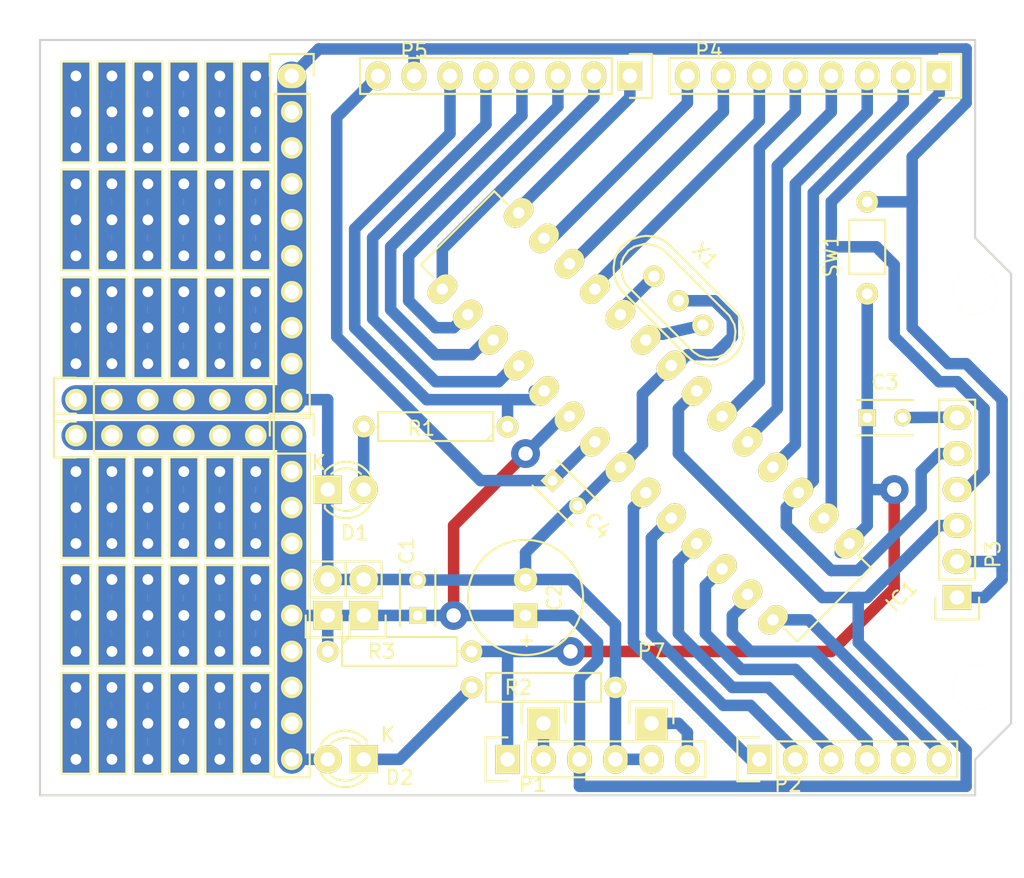
<source format=kicad_pcb>
(kicad_pcb (version 4) (host pcbnew 4.0.3+e1-6302~38~ubuntu16.04.1-stable)

  (general
    (links 92)
    (no_connects 0)
    (area 96.795 70.145 170.045001 134.933)
    (thickness 1.6)
    (drawings 8)
    (tracks 277)
    (zones 0)
    (modules 63)
    (nets 32)
  )

  (page A4)
  (layers
    (0 F.Cu signal)
    (31 B.Cu signal)
    (32 B.Adhes user)
    (33 F.Adhes user)
    (34 B.Paste user)
    (35 F.Paste user)
    (36 B.SilkS user)
    (37 F.SilkS user)
    (38 B.Mask user)
    (39 F.Mask user)
    (40 Dwgs.User user)
    (41 Cmts.User user)
    (42 Eco1.User user)
    (43 Eco2.User user)
    (44 Edge.Cuts user)
    (45 Margin user)
    (46 B.CrtYd user)
    (47 F.CrtYd user)
    (48 B.Fab user)
    (49 F.Fab user hide)
  )

  (setup
    (last_trace_width 0.8128)
    (trace_clearance 0.2)
    (zone_clearance 0.508)
    (zone_45_only no)
    (trace_min 0.8128)
    (segment_width 0.2)
    (edge_width 0.15)
    (via_size 2.032)
    (via_drill 1.016)
    (via_min_size 0.4)
    (via_min_drill 0.3)
    (uvia_size 0.3)
    (uvia_drill 0.1)
    (uvias_allowed no)
    (uvia_min_size 0)
    (uvia_min_drill 0)
    (pcb_text_width 0.3)
    (pcb_text_size 1.5 1.5)
    (mod_edge_width 0.15)
    (mod_text_size 1 1)
    (mod_text_width 0.15)
    (pad_size 1.524 1.524)
    (pad_drill 1.016)
    (pad_to_mask_clearance 0.2)
    (aux_axis_origin 100.33 128.27)
    (visible_elements FFFFFF7F)
    (pcbplotparams
      (layerselection 0x21020_80000000)
      (usegerberextensions false)
      (excludeedgelayer true)
      (linewidth 0.100000)
      (plotframeref false)
      (viasonmask false)
      (mode 1)
      (useauxorigin false)
      (hpglpennumber 1)
      (hpglpenspeed 20)
      (hpglpendiameter 15)
      (hpglpenoverlay 2)
      (psnegative false)
      (psa4output false)
      (plotreference true)
      (plotvalue true)
      (plotinvisibletext false)
      (padsonsilk false)
      (subtractmaskfromsilk false)
      (outputformat 1)
      (mirror false)
      (drillshape 0)
      (scaleselection 1)
      (outputdirectory gerber/))
  )

  (net 0 "")
  (net 1 VCC)
  (net 2 GND)
  (net 3 RESET)
  (net 4 DTR)
  (net 5 "Net-(D1-Pad2)")
  (net 6 /RXD)
  (net 7 /TXD)
  (net 8 /D2)
  (net 9 /D3)
  (net 10 /D4)
  (net 11 X1)
  (net 12 X2)
  (net 13 /D5)
  (net 14 /D6)
  (net 15 /D7)
  (net 16 /D8)
  (net 17 /D9)
  (net 18 /D10)
  (net 19 /D11)
  (net 20 /D12)
  (net 21 LED)
  (net 22 AREF)
  (net 23 /A0)
  (net 24 /A1)
  (net 25 /A2)
  (net 26 /A3)
  (net 27 /A4)
  (net 28 /A5)
  (net 29 /3V3)
  (net 30 /VIN)
  (net 31 "Net-(D2-Pad1)")

  (net_class Default "This is the default net class."
    (clearance 0.2)
    (trace_width 0.8128)
    (via_dia 2.032)
    (via_drill 1.016)
    (uvia_dia 0.3)
    (uvia_drill 0.1)
    (add_net /3V3)
    (add_net /A0)
    (add_net /A1)
    (add_net /A2)
    (add_net /A3)
    (add_net /A4)
    (add_net /A5)
    (add_net /D10)
    (add_net /D11)
    (add_net /D12)
    (add_net /D2)
    (add_net /D3)
    (add_net /D4)
    (add_net /D5)
    (add_net /D6)
    (add_net /D7)
    (add_net /D8)
    (add_net /D9)
    (add_net /RXD)
    (add_net /TXD)
    (add_net /VIN)
    (add_net AREF)
    (add_net DTR)
    (add_net GND)
    (add_net LED)
    (add_net "Net-(D1-Pad2)")
    (add_net "Net-(D2-Pad1)")
    (add_net RESET)
    (add_net VCC)
    (add_net X1)
    (add_net X2)
  )

  (net_class Proto ""
    (clearance 0.2)
    (trace_width 2.032)
    (via_dia 0.6)
    (via_drill 0.4)
    (uvia_dia 0.3)
    (uvia_drill 0.1)
  )

  (module a-dh-libmod:Proto-3 (layer F.Cu) (tedit 57A9346B) (tstamp 57A93A7D)
    (at 115.57 125.73)
    (fp_text reference "" (at 0 3.81) (layer F.SilkS)
      (effects (font (size 1 1) (thickness 0.15)))
    )
    (fp_text value "" (at 0 -11.43) (layer F.Fab) hide
      (effects (font (size 1 1) (thickness 0.15)))
    )
    (fp_line (start -1.016 -6.096) (end 1.016 -6.096) (layer F.SilkS) (width 0.15))
    (fp_line (start 1.016 -6.096) (end 1.016 1.016) (layer F.SilkS) (width 0.15))
    (fp_line (start 1.016 1.016) (end -1.016 1.016) (layer F.SilkS) (width 0.15))
    (fp_line (start -1.016 1.016) (end -1.016 -6.096) (layer F.SilkS) (width 0.15))
    (fp_line (start 0.508 -3.556) (end 0.508 -4.064) (layer B.Cu) (width 1.016))
    (fp_line (start -0.508 -3.556) (end -0.508 -4.064) (layer B.Cu) (width 1.016))
    (fp_line (start -0.508 -1.016) (end -0.508 -1.524) (layer B.Cu) (width 1.016))
    (fp_line (start 0.508 -1.524) (end 0.508 -1.016) (layer B.Cu) (width 1.016))
    (pad 1 thru_hole rect (at 0 0) (size 2.032 2.032) (drill 0.762) (layers *.Cu *.Mask))
    (pad 1 thru_hole rect (at 0 -2.54) (size 2.032 2.032) (drill 0.762) (layers *.Cu *.Mask))
    (pad 1 thru_hole rect (at 0 -5.08) (size 2.032 2.032) (drill 0.762) (layers *.Cu *.Mask))
  )

  (module a-dh-libmod:Proto-3 (layer F.Cu) (tedit 57A9346B) (tstamp 57A93A6F)
    (at 113.03 125.73)
    (fp_text reference "" (at 0 3.81) (layer F.SilkS)
      (effects (font (size 1 1) (thickness 0.15)))
    )
    (fp_text value "" (at 0 -11.43) (layer F.Fab) hide
      (effects (font (size 1 1) (thickness 0.15)))
    )
    (fp_line (start -1.016 -6.096) (end 1.016 -6.096) (layer F.SilkS) (width 0.15))
    (fp_line (start 1.016 -6.096) (end 1.016 1.016) (layer F.SilkS) (width 0.15))
    (fp_line (start 1.016 1.016) (end -1.016 1.016) (layer F.SilkS) (width 0.15))
    (fp_line (start -1.016 1.016) (end -1.016 -6.096) (layer F.SilkS) (width 0.15))
    (fp_line (start 0.508 -3.556) (end 0.508 -4.064) (layer B.Cu) (width 1.016))
    (fp_line (start -0.508 -3.556) (end -0.508 -4.064) (layer B.Cu) (width 1.016))
    (fp_line (start -0.508 -1.016) (end -0.508 -1.524) (layer B.Cu) (width 1.016))
    (fp_line (start 0.508 -1.524) (end 0.508 -1.016) (layer B.Cu) (width 1.016))
    (pad 1 thru_hole rect (at 0 0) (size 2.032 2.032) (drill 0.762) (layers *.Cu *.Mask))
    (pad 1 thru_hole rect (at 0 -2.54) (size 2.032 2.032) (drill 0.762) (layers *.Cu *.Mask))
    (pad 1 thru_hole rect (at 0 -5.08) (size 2.032 2.032) (drill 0.762) (layers *.Cu *.Mask))
  )

  (module a-dh-libmod:Proto-3 (layer F.Cu) (tedit 57A9346B) (tstamp 57A93A61)
    (at 110.49 125.73)
    (fp_text reference "" (at 0 3.81) (layer F.SilkS)
      (effects (font (size 1 1) (thickness 0.15)))
    )
    (fp_text value "" (at 0 -11.43) (layer F.Fab) hide
      (effects (font (size 1 1) (thickness 0.15)))
    )
    (fp_line (start -1.016 -6.096) (end 1.016 -6.096) (layer F.SilkS) (width 0.15))
    (fp_line (start 1.016 -6.096) (end 1.016 1.016) (layer F.SilkS) (width 0.15))
    (fp_line (start 1.016 1.016) (end -1.016 1.016) (layer F.SilkS) (width 0.15))
    (fp_line (start -1.016 1.016) (end -1.016 -6.096) (layer F.SilkS) (width 0.15))
    (fp_line (start 0.508 -3.556) (end 0.508 -4.064) (layer B.Cu) (width 1.016))
    (fp_line (start -0.508 -3.556) (end -0.508 -4.064) (layer B.Cu) (width 1.016))
    (fp_line (start -0.508 -1.016) (end -0.508 -1.524) (layer B.Cu) (width 1.016))
    (fp_line (start 0.508 -1.524) (end 0.508 -1.016) (layer B.Cu) (width 1.016))
    (pad 1 thru_hole rect (at 0 0) (size 2.032 2.032) (drill 0.762) (layers *.Cu *.Mask))
    (pad 1 thru_hole rect (at 0 -2.54) (size 2.032 2.032) (drill 0.762) (layers *.Cu *.Mask))
    (pad 1 thru_hole rect (at 0 -5.08) (size 2.032 2.032) (drill 0.762) (layers *.Cu *.Mask))
  )

  (module a-dh-libmod:Proto-3 (layer F.Cu) (tedit 57A9346B) (tstamp 57A93A53)
    (at 107.95 125.73)
    (fp_text reference "" (at 0 3.81) (layer F.SilkS)
      (effects (font (size 1 1) (thickness 0.15)))
    )
    (fp_text value "" (at 0 -11.43) (layer F.Fab) hide
      (effects (font (size 1 1) (thickness 0.15)))
    )
    (fp_line (start -1.016 -6.096) (end 1.016 -6.096) (layer F.SilkS) (width 0.15))
    (fp_line (start 1.016 -6.096) (end 1.016 1.016) (layer F.SilkS) (width 0.15))
    (fp_line (start 1.016 1.016) (end -1.016 1.016) (layer F.SilkS) (width 0.15))
    (fp_line (start -1.016 1.016) (end -1.016 -6.096) (layer F.SilkS) (width 0.15))
    (fp_line (start 0.508 -3.556) (end 0.508 -4.064) (layer B.Cu) (width 1.016))
    (fp_line (start -0.508 -3.556) (end -0.508 -4.064) (layer B.Cu) (width 1.016))
    (fp_line (start -0.508 -1.016) (end -0.508 -1.524) (layer B.Cu) (width 1.016))
    (fp_line (start 0.508 -1.524) (end 0.508 -1.016) (layer B.Cu) (width 1.016))
    (pad 1 thru_hole rect (at 0 0) (size 2.032 2.032) (drill 0.762) (layers *.Cu *.Mask))
    (pad 1 thru_hole rect (at 0 -2.54) (size 2.032 2.032) (drill 0.762) (layers *.Cu *.Mask))
    (pad 1 thru_hole rect (at 0 -5.08) (size 2.032 2.032) (drill 0.762) (layers *.Cu *.Mask))
  )

  (module a-dh-libmod:Proto-3 (layer F.Cu) (tedit 57A9346B) (tstamp 57A93A45)
    (at 105.41 125.73)
    (fp_text reference "" (at 0 3.81) (layer F.SilkS)
      (effects (font (size 1 1) (thickness 0.15)))
    )
    (fp_text value "" (at 0 -11.43) (layer F.Fab) hide
      (effects (font (size 1 1) (thickness 0.15)))
    )
    (fp_line (start -1.016 -6.096) (end 1.016 -6.096) (layer F.SilkS) (width 0.15))
    (fp_line (start 1.016 -6.096) (end 1.016 1.016) (layer F.SilkS) (width 0.15))
    (fp_line (start 1.016 1.016) (end -1.016 1.016) (layer F.SilkS) (width 0.15))
    (fp_line (start -1.016 1.016) (end -1.016 -6.096) (layer F.SilkS) (width 0.15))
    (fp_line (start 0.508 -3.556) (end 0.508 -4.064) (layer B.Cu) (width 1.016))
    (fp_line (start -0.508 -3.556) (end -0.508 -4.064) (layer B.Cu) (width 1.016))
    (fp_line (start -0.508 -1.016) (end -0.508 -1.524) (layer B.Cu) (width 1.016))
    (fp_line (start 0.508 -1.524) (end 0.508 -1.016) (layer B.Cu) (width 1.016))
    (pad 1 thru_hole rect (at 0 0) (size 2.032 2.032) (drill 0.762) (layers *.Cu *.Mask))
    (pad 1 thru_hole rect (at 0 -2.54) (size 2.032 2.032) (drill 0.762) (layers *.Cu *.Mask))
    (pad 1 thru_hole rect (at 0 -5.08) (size 2.032 2.032) (drill 0.762) (layers *.Cu *.Mask))
  )

  (module a-dh-libmod:Proto-3 (layer F.Cu) (tedit 57A9346B) (tstamp 57A93A37)
    (at 102.87 125.73)
    (fp_text reference "" (at 0 3.81) (layer F.SilkS)
      (effects (font (size 1 1) (thickness 0.15)))
    )
    (fp_text value "" (at 0 -11.43) (layer F.Fab) hide
      (effects (font (size 1 1) (thickness 0.15)))
    )
    (fp_line (start -1.016 -6.096) (end 1.016 -6.096) (layer F.SilkS) (width 0.15))
    (fp_line (start 1.016 -6.096) (end 1.016 1.016) (layer F.SilkS) (width 0.15))
    (fp_line (start 1.016 1.016) (end -1.016 1.016) (layer F.SilkS) (width 0.15))
    (fp_line (start -1.016 1.016) (end -1.016 -6.096) (layer F.SilkS) (width 0.15))
    (fp_line (start 0.508 -3.556) (end 0.508 -4.064) (layer B.Cu) (width 1.016))
    (fp_line (start -0.508 -3.556) (end -0.508 -4.064) (layer B.Cu) (width 1.016))
    (fp_line (start -0.508 -1.016) (end -0.508 -1.524) (layer B.Cu) (width 1.016))
    (fp_line (start 0.508 -1.524) (end 0.508 -1.016) (layer B.Cu) (width 1.016))
    (pad 1 thru_hole rect (at 0 0) (size 2.032 2.032) (drill 0.762) (layers *.Cu *.Mask))
    (pad 1 thru_hole rect (at 0 -2.54) (size 2.032 2.032) (drill 0.762) (layers *.Cu *.Mask))
    (pad 1 thru_hole rect (at 0 -5.08) (size 2.032 2.032) (drill 0.762) (layers *.Cu *.Mask))
  )

  (module a-dh-libmod:Proto-3 (layer F.Cu) (tedit 57A9346B) (tstamp 57A93A29)
    (at 115.57 118.11)
    (fp_text reference "" (at 0 3.81) (layer F.SilkS)
      (effects (font (size 1 1) (thickness 0.15)))
    )
    (fp_text value "" (at 0 -11.43) (layer F.Fab) hide
      (effects (font (size 1 1) (thickness 0.15)))
    )
    (fp_line (start -1.016 -6.096) (end 1.016 -6.096) (layer F.SilkS) (width 0.15))
    (fp_line (start 1.016 -6.096) (end 1.016 1.016) (layer F.SilkS) (width 0.15))
    (fp_line (start 1.016 1.016) (end -1.016 1.016) (layer F.SilkS) (width 0.15))
    (fp_line (start -1.016 1.016) (end -1.016 -6.096) (layer F.SilkS) (width 0.15))
    (fp_line (start 0.508 -3.556) (end 0.508 -4.064) (layer B.Cu) (width 1.016))
    (fp_line (start -0.508 -3.556) (end -0.508 -4.064) (layer B.Cu) (width 1.016))
    (fp_line (start -0.508 -1.016) (end -0.508 -1.524) (layer B.Cu) (width 1.016))
    (fp_line (start 0.508 -1.524) (end 0.508 -1.016) (layer B.Cu) (width 1.016))
    (pad 1 thru_hole rect (at 0 0) (size 2.032 2.032) (drill 0.762) (layers *.Cu *.Mask))
    (pad 1 thru_hole rect (at 0 -2.54) (size 2.032 2.032) (drill 0.762) (layers *.Cu *.Mask))
    (pad 1 thru_hole rect (at 0 -5.08) (size 2.032 2.032) (drill 0.762) (layers *.Cu *.Mask))
  )

  (module a-dh-libmod:Proto-3 (layer F.Cu) (tedit 57A9346B) (tstamp 57A93A1B)
    (at 113.03 118.11)
    (fp_text reference "" (at 0 3.81) (layer F.SilkS)
      (effects (font (size 1 1) (thickness 0.15)))
    )
    (fp_text value "" (at 0 -11.43) (layer F.Fab) hide
      (effects (font (size 1 1) (thickness 0.15)))
    )
    (fp_line (start -1.016 -6.096) (end 1.016 -6.096) (layer F.SilkS) (width 0.15))
    (fp_line (start 1.016 -6.096) (end 1.016 1.016) (layer F.SilkS) (width 0.15))
    (fp_line (start 1.016 1.016) (end -1.016 1.016) (layer F.SilkS) (width 0.15))
    (fp_line (start -1.016 1.016) (end -1.016 -6.096) (layer F.SilkS) (width 0.15))
    (fp_line (start 0.508 -3.556) (end 0.508 -4.064) (layer B.Cu) (width 1.016))
    (fp_line (start -0.508 -3.556) (end -0.508 -4.064) (layer B.Cu) (width 1.016))
    (fp_line (start -0.508 -1.016) (end -0.508 -1.524) (layer B.Cu) (width 1.016))
    (fp_line (start 0.508 -1.524) (end 0.508 -1.016) (layer B.Cu) (width 1.016))
    (pad 1 thru_hole rect (at 0 0) (size 2.032 2.032) (drill 0.762) (layers *.Cu *.Mask))
    (pad 1 thru_hole rect (at 0 -2.54) (size 2.032 2.032) (drill 0.762) (layers *.Cu *.Mask))
    (pad 1 thru_hole rect (at 0 -5.08) (size 2.032 2.032) (drill 0.762) (layers *.Cu *.Mask))
  )

  (module a-dh-libmod:Proto-3 (layer F.Cu) (tedit 57A9346B) (tstamp 57A93A0D)
    (at 110.49 118.11)
    (fp_text reference "" (at 0 3.81) (layer F.SilkS)
      (effects (font (size 1 1) (thickness 0.15)))
    )
    (fp_text value "" (at 0 -11.43) (layer F.Fab) hide
      (effects (font (size 1 1) (thickness 0.15)))
    )
    (fp_line (start -1.016 -6.096) (end 1.016 -6.096) (layer F.SilkS) (width 0.15))
    (fp_line (start 1.016 -6.096) (end 1.016 1.016) (layer F.SilkS) (width 0.15))
    (fp_line (start 1.016 1.016) (end -1.016 1.016) (layer F.SilkS) (width 0.15))
    (fp_line (start -1.016 1.016) (end -1.016 -6.096) (layer F.SilkS) (width 0.15))
    (fp_line (start 0.508 -3.556) (end 0.508 -4.064) (layer B.Cu) (width 1.016))
    (fp_line (start -0.508 -3.556) (end -0.508 -4.064) (layer B.Cu) (width 1.016))
    (fp_line (start -0.508 -1.016) (end -0.508 -1.524) (layer B.Cu) (width 1.016))
    (fp_line (start 0.508 -1.524) (end 0.508 -1.016) (layer B.Cu) (width 1.016))
    (pad 1 thru_hole rect (at 0 0) (size 2.032 2.032) (drill 0.762) (layers *.Cu *.Mask))
    (pad 1 thru_hole rect (at 0 -2.54) (size 2.032 2.032) (drill 0.762) (layers *.Cu *.Mask))
    (pad 1 thru_hole rect (at 0 -5.08) (size 2.032 2.032) (drill 0.762) (layers *.Cu *.Mask))
  )

  (module a-dh-libmod:Proto-3 (layer F.Cu) (tedit 57A9346B) (tstamp 57A939FF)
    (at 107.95 118.11)
    (fp_text reference "" (at 0 3.81) (layer F.SilkS)
      (effects (font (size 1 1) (thickness 0.15)))
    )
    (fp_text value "" (at 0 -11.43) (layer F.Fab) hide
      (effects (font (size 1 1) (thickness 0.15)))
    )
    (fp_line (start -1.016 -6.096) (end 1.016 -6.096) (layer F.SilkS) (width 0.15))
    (fp_line (start 1.016 -6.096) (end 1.016 1.016) (layer F.SilkS) (width 0.15))
    (fp_line (start 1.016 1.016) (end -1.016 1.016) (layer F.SilkS) (width 0.15))
    (fp_line (start -1.016 1.016) (end -1.016 -6.096) (layer F.SilkS) (width 0.15))
    (fp_line (start 0.508 -3.556) (end 0.508 -4.064) (layer B.Cu) (width 1.016))
    (fp_line (start -0.508 -3.556) (end -0.508 -4.064) (layer B.Cu) (width 1.016))
    (fp_line (start -0.508 -1.016) (end -0.508 -1.524) (layer B.Cu) (width 1.016))
    (fp_line (start 0.508 -1.524) (end 0.508 -1.016) (layer B.Cu) (width 1.016))
    (pad 1 thru_hole rect (at 0 0) (size 2.032 2.032) (drill 0.762) (layers *.Cu *.Mask))
    (pad 1 thru_hole rect (at 0 -2.54) (size 2.032 2.032) (drill 0.762) (layers *.Cu *.Mask))
    (pad 1 thru_hole rect (at 0 -5.08) (size 2.032 2.032) (drill 0.762) (layers *.Cu *.Mask))
  )

  (module a-dh-libmod:Proto-3 (layer F.Cu) (tedit 57A9346B) (tstamp 57A939F1)
    (at 105.41 118.11)
    (fp_text reference "" (at 0 3.81) (layer F.SilkS)
      (effects (font (size 1 1) (thickness 0.15)))
    )
    (fp_text value "" (at 0 -11.43) (layer F.Fab) hide
      (effects (font (size 1 1) (thickness 0.15)))
    )
    (fp_line (start -1.016 -6.096) (end 1.016 -6.096) (layer F.SilkS) (width 0.15))
    (fp_line (start 1.016 -6.096) (end 1.016 1.016) (layer F.SilkS) (width 0.15))
    (fp_line (start 1.016 1.016) (end -1.016 1.016) (layer F.SilkS) (width 0.15))
    (fp_line (start -1.016 1.016) (end -1.016 -6.096) (layer F.SilkS) (width 0.15))
    (fp_line (start 0.508 -3.556) (end 0.508 -4.064) (layer B.Cu) (width 1.016))
    (fp_line (start -0.508 -3.556) (end -0.508 -4.064) (layer B.Cu) (width 1.016))
    (fp_line (start -0.508 -1.016) (end -0.508 -1.524) (layer B.Cu) (width 1.016))
    (fp_line (start 0.508 -1.524) (end 0.508 -1.016) (layer B.Cu) (width 1.016))
    (pad 1 thru_hole rect (at 0 0) (size 2.032 2.032) (drill 0.762) (layers *.Cu *.Mask))
    (pad 1 thru_hole rect (at 0 -2.54) (size 2.032 2.032) (drill 0.762) (layers *.Cu *.Mask))
    (pad 1 thru_hole rect (at 0 -5.08) (size 2.032 2.032) (drill 0.762) (layers *.Cu *.Mask))
  )

  (module a-dh-libmod:Proto-3 (layer F.Cu) (tedit 57A9346B) (tstamp 57A939E3)
    (at 102.87 118.11)
    (fp_text reference "" (at 0 3.81) (layer F.SilkS)
      (effects (font (size 1 1) (thickness 0.15)))
    )
    (fp_text value "" (at 0 -11.43) (layer F.Fab) hide
      (effects (font (size 1 1) (thickness 0.15)))
    )
    (fp_line (start -1.016 -6.096) (end 1.016 -6.096) (layer F.SilkS) (width 0.15))
    (fp_line (start 1.016 -6.096) (end 1.016 1.016) (layer F.SilkS) (width 0.15))
    (fp_line (start 1.016 1.016) (end -1.016 1.016) (layer F.SilkS) (width 0.15))
    (fp_line (start -1.016 1.016) (end -1.016 -6.096) (layer F.SilkS) (width 0.15))
    (fp_line (start 0.508 -3.556) (end 0.508 -4.064) (layer B.Cu) (width 1.016))
    (fp_line (start -0.508 -3.556) (end -0.508 -4.064) (layer B.Cu) (width 1.016))
    (fp_line (start -0.508 -1.016) (end -0.508 -1.524) (layer B.Cu) (width 1.016))
    (fp_line (start 0.508 -1.524) (end 0.508 -1.016) (layer B.Cu) (width 1.016))
    (pad 1 thru_hole rect (at 0 0) (size 2.032 2.032) (drill 0.762) (layers *.Cu *.Mask))
    (pad 1 thru_hole rect (at 0 -2.54) (size 2.032 2.032) (drill 0.762) (layers *.Cu *.Mask))
    (pad 1 thru_hole rect (at 0 -5.08) (size 2.032 2.032) (drill 0.762) (layers *.Cu *.Mask))
  )

  (module a-dh-libmod:Proto-3 (layer F.Cu) (tedit 57A9346B) (tstamp 57A939D5)
    (at 115.57 110.49)
    (fp_text reference "" (at 0 3.81) (layer F.SilkS)
      (effects (font (size 1 1) (thickness 0.15)))
    )
    (fp_text value "" (at 0 -11.43) (layer F.Fab) hide
      (effects (font (size 1 1) (thickness 0.15)))
    )
    (fp_line (start -1.016 -6.096) (end 1.016 -6.096) (layer F.SilkS) (width 0.15))
    (fp_line (start 1.016 -6.096) (end 1.016 1.016) (layer F.SilkS) (width 0.15))
    (fp_line (start 1.016 1.016) (end -1.016 1.016) (layer F.SilkS) (width 0.15))
    (fp_line (start -1.016 1.016) (end -1.016 -6.096) (layer F.SilkS) (width 0.15))
    (fp_line (start 0.508 -3.556) (end 0.508 -4.064) (layer B.Cu) (width 1.016))
    (fp_line (start -0.508 -3.556) (end -0.508 -4.064) (layer B.Cu) (width 1.016))
    (fp_line (start -0.508 -1.016) (end -0.508 -1.524) (layer B.Cu) (width 1.016))
    (fp_line (start 0.508 -1.524) (end 0.508 -1.016) (layer B.Cu) (width 1.016))
    (pad 1 thru_hole rect (at 0 0) (size 2.032 2.032) (drill 0.762) (layers *.Cu *.Mask))
    (pad 1 thru_hole rect (at 0 -2.54) (size 2.032 2.032) (drill 0.762) (layers *.Cu *.Mask))
    (pad 1 thru_hole rect (at 0 -5.08) (size 2.032 2.032) (drill 0.762) (layers *.Cu *.Mask))
  )

  (module a-dh-libmod:Proto-3 (layer F.Cu) (tedit 57A9346B) (tstamp 57A939C7)
    (at 113.03 110.49)
    (fp_text reference "" (at 0 3.81) (layer F.SilkS)
      (effects (font (size 1 1) (thickness 0.15)))
    )
    (fp_text value "" (at 0 -11.43) (layer F.Fab) hide
      (effects (font (size 1 1) (thickness 0.15)))
    )
    (fp_line (start -1.016 -6.096) (end 1.016 -6.096) (layer F.SilkS) (width 0.15))
    (fp_line (start 1.016 -6.096) (end 1.016 1.016) (layer F.SilkS) (width 0.15))
    (fp_line (start 1.016 1.016) (end -1.016 1.016) (layer F.SilkS) (width 0.15))
    (fp_line (start -1.016 1.016) (end -1.016 -6.096) (layer F.SilkS) (width 0.15))
    (fp_line (start 0.508 -3.556) (end 0.508 -4.064) (layer B.Cu) (width 1.016))
    (fp_line (start -0.508 -3.556) (end -0.508 -4.064) (layer B.Cu) (width 1.016))
    (fp_line (start -0.508 -1.016) (end -0.508 -1.524) (layer B.Cu) (width 1.016))
    (fp_line (start 0.508 -1.524) (end 0.508 -1.016) (layer B.Cu) (width 1.016))
    (pad 1 thru_hole rect (at 0 0) (size 2.032 2.032) (drill 0.762) (layers *.Cu *.Mask))
    (pad 1 thru_hole rect (at 0 -2.54) (size 2.032 2.032) (drill 0.762) (layers *.Cu *.Mask))
    (pad 1 thru_hole rect (at 0 -5.08) (size 2.032 2.032) (drill 0.762) (layers *.Cu *.Mask))
  )

  (module a-dh-libmod:Proto-3 (layer F.Cu) (tedit 57A9346B) (tstamp 57A939B9)
    (at 110.49 110.49)
    (fp_text reference "" (at 0 3.81) (layer F.SilkS)
      (effects (font (size 1 1) (thickness 0.15)))
    )
    (fp_text value "" (at 0 -11.43) (layer F.Fab) hide
      (effects (font (size 1 1) (thickness 0.15)))
    )
    (fp_line (start -1.016 -6.096) (end 1.016 -6.096) (layer F.SilkS) (width 0.15))
    (fp_line (start 1.016 -6.096) (end 1.016 1.016) (layer F.SilkS) (width 0.15))
    (fp_line (start 1.016 1.016) (end -1.016 1.016) (layer F.SilkS) (width 0.15))
    (fp_line (start -1.016 1.016) (end -1.016 -6.096) (layer F.SilkS) (width 0.15))
    (fp_line (start 0.508 -3.556) (end 0.508 -4.064) (layer B.Cu) (width 1.016))
    (fp_line (start -0.508 -3.556) (end -0.508 -4.064) (layer B.Cu) (width 1.016))
    (fp_line (start -0.508 -1.016) (end -0.508 -1.524) (layer B.Cu) (width 1.016))
    (fp_line (start 0.508 -1.524) (end 0.508 -1.016) (layer B.Cu) (width 1.016))
    (pad 1 thru_hole rect (at 0 0) (size 2.032 2.032) (drill 0.762) (layers *.Cu *.Mask))
    (pad 1 thru_hole rect (at 0 -2.54) (size 2.032 2.032) (drill 0.762) (layers *.Cu *.Mask))
    (pad 1 thru_hole rect (at 0 -5.08) (size 2.032 2.032) (drill 0.762) (layers *.Cu *.Mask))
  )

  (module a-dh-libmod:Proto-3 (layer F.Cu) (tedit 57A9346B) (tstamp 57A939AB)
    (at 107.95 110.49)
    (fp_text reference "" (at 0 3.81) (layer F.SilkS)
      (effects (font (size 1 1) (thickness 0.15)))
    )
    (fp_text value "" (at 0 -11.43) (layer F.Fab) hide
      (effects (font (size 1 1) (thickness 0.15)))
    )
    (fp_line (start -1.016 -6.096) (end 1.016 -6.096) (layer F.SilkS) (width 0.15))
    (fp_line (start 1.016 -6.096) (end 1.016 1.016) (layer F.SilkS) (width 0.15))
    (fp_line (start 1.016 1.016) (end -1.016 1.016) (layer F.SilkS) (width 0.15))
    (fp_line (start -1.016 1.016) (end -1.016 -6.096) (layer F.SilkS) (width 0.15))
    (fp_line (start 0.508 -3.556) (end 0.508 -4.064) (layer B.Cu) (width 1.016))
    (fp_line (start -0.508 -3.556) (end -0.508 -4.064) (layer B.Cu) (width 1.016))
    (fp_line (start -0.508 -1.016) (end -0.508 -1.524) (layer B.Cu) (width 1.016))
    (fp_line (start 0.508 -1.524) (end 0.508 -1.016) (layer B.Cu) (width 1.016))
    (pad 1 thru_hole rect (at 0 0) (size 2.032 2.032) (drill 0.762) (layers *.Cu *.Mask))
    (pad 1 thru_hole rect (at 0 -2.54) (size 2.032 2.032) (drill 0.762) (layers *.Cu *.Mask))
    (pad 1 thru_hole rect (at 0 -5.08) (size 2.032 2.032) (drill 0.762) (layers *.Cu *.Mask))
  )

  (module a-dh-libmod:Proto-3 (layer F.Cu) (tedit 57A9346B) (tstamp 57A9399D)
    (at 105.41 110.49)
    (fp_text reference "" (at 0 3.81) (layer F.SilkS)
      (effects (font (size 1 1) (thickness 0.15)))
    )
    (fp_text value "" (at 0 -11.43) (layer F.Fab) hide
      (effects (font (size 1 1) (thickness 0.15)))
    )
    (fp_line (start -1.016 -6.096) (end 1.016 -6.096) (layer F.SilkS) (width 0.15))
    (fp_line (start 1.016 -6.096) (end 1.016 1.016) (layer F.SilkS) (width 0.15))
    (fp_line (start 1.016 1.016) (end -1.016 1.016) (layer F.SilkS) (width 0.15))
    (fp_line (start -1.016 1.016) (end -1.016 -6.096) (layer F.SilkS) (width 0.15))
    (fp_line (start 0.508 -3.556) (end 0.508 -4.064) (layer B.Cu) (width 1.016))
    (fp_line (start -0.508 -3.556) (end -0.508 -4.064) (layer B.Cu) (width 1.016))
    (fp_line (start -0.508 -1.016) (end -0.508 -1.524) (layer B.Cu) (width 1.016))
    (fp_line (start 0.508 -1.524) (end 0.508 -1.016) (layer B.Cu) (width 1.016))
    (pad 1 thru_hole rect (at 0 0) (size 2.032 2.032) (drill 0.762) (layers *.Cu *.Mask))
    (pad 1 thru_hole rect (at 0 -2.54) (size 2.032 2.032) (drill 0.762) (layers *.Cu *.Mask))
    (pad 1 thru_hole rect (at 0 -5.08) (size 2.032 2.032) (drill 0.762) (layers *.Cu *.Mask))
  )

  (module a-dh-libmod:Proto-3 (layer F.Cu) (tedit 57A9346B) (tstamp 57A9398E)
    (at 102.87 110.49)
    (fp_text reference "" (at 0 3.81) (layer F.SilkS)
      (effects (font (size 1 1) (thickness 0.15)))
    )
    (fp_text value "" (at 0 -11.43) (layer F.Fab) hide
      (effects (font (size 1 1) (thickness 0.15)))
    )
    (fp_line (start -1.016 -6.096) (end 1.016 -6.096) (layer F.SilkS) (width 0.15))
    (fp_line (start 1.016 -6.096) (end 1.016 1.016) (layer F.SilkS) (width 0.15))
    (fp_line (start 1.016 1.016) (end -1.016 1.016) (layer F.SilkS) (width 0.15))
    (fp_line (start -1.016 1.016) (end -1.016 -6.096) (layer F.SilkS) (width 0.15))
    (fp_line (start 0.508 -3.556) (end 0.508 -4.064) (layer B.Cu) (width 1.016))
    (fp_line (start -0.508 -3.556) (end -0.508 -4.064) (layer B.Cu) (width 1.016))
    (fp_line (start -0.508 -1.016) (end -0.508 -1.524) (layer B.Cu) (width 1.016))
    (fp_line (start 0.508 -1.524) (end 0.508 -1.016) (layer B.Cu) (width 1.016))
    (pad 1 thru_hole rect (at 0 0) (size 2.032 2.032) (drill 0.762) (layers *.Cu *.Mask))
    (pad 1 thru_hole rect (at 0 -2.54) (size 2.032 2.032) (drill 0.762) (layers *.Cu *.Mask))
    (pad 1 thru_hole rect (at 0 -5.08) (size 2.032 2.032) (drill 0.762) (layers *.Cu *.Mask))
  )

  (module a-dh-libmod:Proto-3 (layer F.Cu) (tedit 57A9346B) (tstamp 57A93980)
    (at 115.57 97.79)
    (fp_text reference "" (at 0 3.81) (layer F.SilkS)
      (effects (font (size 1 1) (thickness 0.15)))
    )
    (fp_text value "" (at 0 -11.43) (layer F.Fab) hide
      (effects (font (size 1 1) (thickness 0.15)))
    )
    (fp_line (start -1.016 -6.096) (end 1.016 -6.096) (layer F.SilkS) (width 0.15))
    (fp_line (start 1.016 -6.096) (end 1.016 1.016) (layer F.SilkS) (width 0.15))
    (fp_line (start 1.016 1.016) (end -1.016 1.016) (layer F.SilkS) (width 0.15))
    (fp_line (start -1.016 1.016) (end -1.016 -6.096) (layer F.SilkS) (width 0.15))
    (fp_line (start 0.508 -3.556) (end 0.508 -4.064) (layer B.Cu) (width 1.016))
    (fp_line (start -0.508 -3.556) (end -0.508 -4.064) (layer B.Cu) (width 1.016))
    (fp_line (start -0.508 -1.016) (end -0.508 -1.524) (layer B.Cu) (width 1.016))
    (fp_line (start 0.508 -1.524) (end 0.508 -1.016) (layer B.Cu) (width 1.016))
    (pad 1 thru_hole rect (at 0 0) (size 2.032 2.032) (drill 0.762) (layers *.Cu *.Mask))
    (pad 1 thru_hole rect (at 0 -2.54) (size 2.032 2.032) (drill 0.762) (layers *.Cu *.Mask))
    (pad 1 thru_hole rect (at 0 -5.08) (size 2.032 2.032) (drill 0.762) (layers *.Cu *.Mask))
  )

  (module a-dh-libmod:Proto-3 (layer F.Cu) (tedit 57A9346B) (tstamp 57A93972)
    (at 113.03 97.79)
    (fp_text reference "" (at 0 3.81) (layer F.SilkS)
      (effects (font (size 1 1) (thickness 0.15)))
    )
    (fp_text value "" (at 0 -11.43) (layer F.Fab) hide
      (effects (font (size 1 1) (thickness 0.15)))
    )
    (fp_line (start -1.016 -6.096) (end 1.016 -6.096) (layer F.SilkS) (width 0.15))
    (fp_line (start 1.016 -6.096) (end 1.016 1.016) (layer F.SilkS) (width 0.15))
    (fp_line (start 1.016 1.016) (end -1.016 1.016) (layer F.SilkS) (width 0.15))
    (fp_line (start -1.016 1.016) (end -1.016 -6.096) (layer F.SilkS) (width 0.15))
    (fp_line (start 0.508 -3.556) (end 0.508 -4.064) (layer B.Cu) (width 1.016))
    (fp_line (start -0.508 -3.556) (end -0.508 -4.064) (layer B.Cu) (width 1.016))
    (fp_line (start -0.508 -1.016) (end -0.508 -1.524) (layer B.Cu) (width 1.016))
    (fp_line (start 0.508 -1.524) (end 0.508 -1.016) (layer B.Cu) (width 1.016))
    (pad 1 thru_hole rect (at 0 0) (size 2.032 2.032) (drill 0.762) (layers *.Cu *.Mask))
    (pad 1 thru_hole rect (at 0 -2.54) (size 2.032 2.032) (drill 0.762) (layers *.Cu *.Mask))
    (pad 1 thru_hole rect (at 0 -5.08) (size 2.032 2.032) (drill 0.762) (layers *.Cu *.Mask))
  )

  (module a-dh-libmod:Proto-3 (layer F.Cu) (tedit 57A9346B) (tstamp 57A93964)
    (at 110.49 97.79)
    (fp_text reference "" (at 0 3.81) (layer F.SilkS)
      (effects (font (size 1 1) (thickness 0.15)))
    )
    (fp_text value "" (at 0 -11.43) (layer F.Fab) hide
      (effects (font (size 1 1) (thickness 0.15)))
    )
    (fp_line (start -1.016 -6.096) (end 1.016 -6.096) (layer F.SilkS) (width 0.15))
    (fp_line (start 1.016 -6.096) (end 1.016 1.016) (layer F.SilkS) (width 0.15))
    (fp_line (start 1.016 1.016) (end -1.016 1.016) (layer F.SilkS) (width 0.15))
    (fp_line (start -1.016 1.016) (end -1.016 -6.096) (layer F.SilkS) (width 0.15))
    (fp_line (start 0.508 -3.556) (end 0.508 -4.064) (layer B.Cu) (width 1.016))
    (fp_line (start -0.508 -3.556) (end -0.508 -4.064) (layer B.Cu) (width 1.016))
    (fp_line (start -0.508 -1.016) (end -0.508 -1.524) (layer B.Cu) (width 1.016))
    (fp_line (start 0.508 -1.524) (end 0.508 -1.016) (layer B.Cu) (width 1.016))
    (pad 1 thru_hole rect (at 0 0) (size 2.032 2.032) (drill 0.762) (layers *.Cu *.Mask))
    (pad 1 thru_hole rect (at 0 -2.54) (size 2.032 2.032) (drill 0.762) (layers *.Cu *.Mask))
    (pad 1 thru_hole rect (at 0 -5.08) (size 2.032 2.032) (drill 0.762) (layers *.Cu *.Mask))
  )

  (module a-dh-libmod:Proto-3 (layer F.Cu) (tedit 57A9346B) (tstamp 57A93956)
    (at 107.95 97.79)
    (fp_text reference "" (at 0 3.81) (layer F.SilkS)
      (effects (font (size 1 1) (thickness 0.15)))
    )
    (fp_text value "" (at 0 -11.43) (layer F.Fab) hide
      (effects (font (size 1 1) (thickness 0.15)))
    )
    (fp_line (start -1.016 -6.096) (end 1.016 -6.096) (layer F.SilkS) (width 0.15))
    (fp_line (start 1.016 -6.096) (end 1.016 1.016) (layer F.SilkS) (width 0.15))
    (fp_line (start 1.016 1.016) (end -1.016 1.016) (layer F.SilkS) (width 0.15))
    (fp_line (start -1.016 1.016) (end -1.016 -6.096) (layer F.SilkS) (width 0.15))
    (fp_line (start 0.508 -3.556) (end 0.508 -4.064) (layer B.Cu) (width 1.016))
    (fp_line (start -0.508 -3.556) (end -0.508 -4.064) (layer B.Cu) (width 1.016))
    (fp_line (start -0.508 -1.016) (end -0.508 -1.524) (layer B.Cu) (width 1.016))
    (fp_line (start 0.508 -1.524) (end 0.508 -1.016) (layer B.Cu) (width 1.016))
    (pad 1 thru_hole rect (at 0 0) (size 2.032 2.032) (drill 0.762) (layers *.Cu *.Mask))
    (pad 1 thru_hole rect (at 0 -2.54) (size 2.032 2.032) (drill 0.762) (layers *.Cu *.Mask))
    (pad 1 thru_hole rect (at 0 -5.08) (size 2.032 2.032) (drill 0.762) (layers *.Cu *.Mask))
  )

  (module a-dh-libmod:Proto-3 (layer F.Cu) (tedit 57A9346B) (tstamp 57A93948)
    (at 105.41 97.79)
    (fp_text reference "" (at 0 3.81) (layer F.SilkS)
      (effects (font (size 1 1) (thickness 0.15)))
    )
    (fp_text value "" (at 0 -11.43) (layer F.Fab) hide
      (effects (font (size 1 1) (thickness 0.15)))
    )
    (fp_line (start -1.016 -6.096) (end 1.016 -6.096) (layer F.SilkS) (width 0.15))
    (fp_line (start 1.016 -6.096) (end 1.016 1.016) (layer F.SilkS) (width 0.15))
    (fp_line (start 1.016 1.016) (end -1.016 1.016) (layer F.SilkS) (width 0.15))
    (fp_line (start -1.016 1.016) (end -1.016 -6.096) (layer F.SilkS) (width 0.15))
    (fp_line (start 0.508 -3.556) (end 0.508 -4.064) (layer B.Cu) (width 1.016))
    (fp_line (start -0.508 -3.556) (end -0.508 -4.064) (layer B.Cu) (width 1.016))
    (fp_line (start -0.508 -1.016) (end -0.508 -1.524) (layer B.Cu) (width 1.016))
    (fp_line (start 0.508 -1.524) (end 0.508 -1.016) (layer B.Cu) (width 1.016))
    (pad 1 thru_hole rect (at 0 0) (size 2.032 2.032) (drill 0.762) (layers *.Cu *.Mask))
    (pad 1 thru_hole rect (at 0 -2.54) (size 2.032 2.032) (drill 0.762) (layers *.Cu *.Mask))
    (pad 1 thru_hole rect (at 0 -5.08) (size 2.032 2.032) (drill 0.762) (layers *.Cu *.Mask))
  )

  (module a-dh-libmod:Proto-3 (layer F.Cu) (tedit 57A9346B) (tstamp 57A9393A)
    (at 102.87 97.79)
    (fp_text reference "" (at 0 3.81) (layer F.SilkS)
      (effects (font (size 1 1) (thickness 0.15)))
    )
    (fp_text value "" (at 0 -11.43) (layer F.Fab) hide
      (effects (font (size 1 1) (thickness 0.15)))
    )
    (fp_line (start -1.016 -6.096) (end 1.016 -6.096) (layer F.SilkS) (width 0.15))
    (fp_line (start 1.016 -6.096) (end 1.016 1.016) (layer F.SilkS) (width 0.15))
    (fp_line (start 1.016 1.016) (end -1.016 1.016) (layer F.SilkS) (width 0.15))
    (fp_line (start -1.016 1.016) (end -1.016 -6.096) (layer F.SilkS) (width 0.15))
    (fp_line (start 0.508 -3.556) (end 0.508 -4.064) (layer B.Cu) (width 1.016))
    (fp_line (start -0.508 -3.556) (end -0.508 -4.064) (layer B.Cu) (width 1.016))
    (fp_line (start -0.508 -1.016) (end -0.508 -1.524) (layer B.Cu) (width 1.016))
    (fp_line (start 0.508 -1.524) (end 0.508 -1.016) (layer B.Cu) (width 1.016))
    (pad 1 thru_hole rect (at 0 0) (size 2.032 2.032) (drill 0.762) (layers *.Cu *.Mask))
    (pad 1 thru_hole rect (at 0 -2.54) (size 2.032 2.032) (drill 0.762) (layers *.Cu *.Mask))
    (pad 1 thru_hole rect (at 0 -5.08) (size 2.032 2.032) (drill 0.762) (layers *.Cu *.Mask))
  )

  (module a-dh-libmod:Proto-3 (layer F.Cu) (tedit 57A9346B) (tstamp 57A9392C)
    (at 115.57 90.17)
    (fp_text reference "" (at 0 3.81) (layer F.SilkS)
      (effects (font (size 1 1) (thickness 0.15)))
    )
    (fp_text value "" (at 0 -11.43) (layer F.Fab) hide
      (effects (font (size 1 1) (thickness 0.15)))
    )
    (fp_line (start -1.016 -6.096) (end 1.016 -6.096) (layer F.SilkS) (width 0.15))
    (fp_line (start 1.016 -6.096) (end 1.016 1.016) (layer F.SilkS) (width 0.15))
    (fp_line (start 1.016 1.016) (end -1.016 1.016) (layer F.SilkS) (width 0.15))
    (fp_line (start -1.016 1.016) (end -1.016 -6.096) (layer F.SilkS) (width 0.15))
    (fp_line (start 0.508 -3.556) (end 0.508 -4.064) (layer B.Cu) (width 1.016))
    (fp_line (start -0.508 -3.556) (end -0.508 -4.064) (layer B.Cu) (width 1.016))
    (fp_line (start -0.508 -1.016) (end -0.508 -1.524) (layer B.Cu) (width 1.016))
    (fp_line (start 0.508 -1.524) (end 0.508 -1.016) (layer B.Cu) (width 1.016))
    (pad 1 thru_hole rect (at 0 0) (size 2.032 2.032) (drill 0.762) (layers *.Cu *.Mask))
    (pad 1 thru_hole rect (at 0 -2.54) (size 2.032 2.032) (drill 0.762) (layers *.Cu *.Mask))
    (pad 1 thru_hole rect (at 0 -5.08) (size 2.032 2.032) (drill 0.762) (layers *.Cu *.Mask))
  )

  (module a-dh-libmod:Proto-3 (layer F.Cu) (tedit 57A9346B) (tstamp 57A9391E)
    (at 113.03 90.17)
    (fp_text reference "" (at 0 3.81) (layer F.SilkS)
      (effects (font (size 1 1) (thickness 0.15)))
    )
    (fp_text value "" (at 0 -11.43) (layer F.Fab) hide
      (effects (font (size 1 1) (thickness 0.15)))
    )
    (fp_line (start -1.016 -6.096) (end 1.016 -6.096) (layer F.SilkS) (width 0.15))
    (fp_line (start 1.016 -6.096) (end 1.016 1.016) (layer F.SilkS) (width 0.15))
    (fp_line (start 1.016 1.016) (end -1.016 1.016) (layer F.SilkS) (width 0.15))
    (fp_line (start -1.016 1.016) (end -1.016 -6.096) (layer F.SilkS) (width 0.15))
    (fp_line (start 0.508 -3.556) (end 0.508 -4.064) (layer B.Cu) (width 1.016))
    (fp_line (start -0.508 -3.556) (end -0.508 -4.064) (layer B.Cu) (width 1.016))
    (fp_line (start -0.508 -1.016) (end -0.508 -1.524) (layer B.Cu) (width 1.016))
    (fp_line (start 0.508 -1.524) (end 0.508 -1.016) (layer B.Cu) (width 1.016))
    (pad 1 thru_hole rect (at 0 0) (size 2.032 2.032) (drill 0.762) (layers *.Cu *.Mask))
    (pad 1 thru_hole rect (at 0 -2.54) (size 2.032 2.032) (drill 0.762) (layers *.Cu *.Mask))
    (pad 1 thru_hole rect (at 0 -5.08) (size 2.032 2.032) (drill 0.762) (layers *.Cu *.Mask))
  )

  (module a-dh-libmod:Proto-3 (layer F.Cu) (tedit 57A9346B) (tstamp 57A93910)
    (at 110.49 90.17)
    (fp_text reference "" (at 0 3.81) (layer F.SilkS)
      (effects (font (size 1 1) (thickness 0.15)))
    )
    (fp_text value "" (at 0 -11.43) (layer F.Fab) hide
      (effects (font (size 1 1) (thickness 0.15)))
    )
    (fp_line (start -1.016 -6.096) (end 1.016 -6.096) (layer F.SilkS) (width 0.15))
    (fp_line (start 1.016 -6.096) (end 1.016 1.016) (layer F.SilkS) (width 0.15))
    (fp_line (start 1.016 1.016) (end -1.016 1.016) (layer F.SilkS) (width 0.15))
    (fp_line (start -1.016 1.016) (end -1.016 -6.096) (layer F.SilkS) (width 0.15))
    (fp_line (start 0.508 -3.556) (end 0.508 -4.064) (layer B.Cu) (width 1.016))
    (fp_line (start -0.508 -3.556) (end -0.508 -4.064) (layer B.Cu) (width 1.016))
    (fp_line (start -0.508 -1.016) (end -0.508 -1.524) (layer B.Cu) (width 1.016))
    (fp_line (start 0.508 -1.524) (end 0.508 -1.016) (layer B.Cu) (width 1.016))
    (pad 1 thru_hole rect (at 0 0) (size 2.032 2.032) (drill 0.762) (layers *.Cu *.Mask))
    (pad 1 thru_hole rect (at 0 -2.54) (size 2.032 2.032) (drill 0.762) (layers *.Cu *.Mask))
    (pad 1 thru_hole rect (at 0 -5.08) (size 2.032 2.032) (drill 0.762) (layers *.Cu *.Mask))
  )

  (module a-dh-libmod:Proto-3 (layer F.Cu) (tedit 57A9346B) (tstamp 57A93902)
    (at 107.95 90.17)
    (fp_text reference "" (at 0 3.81) (layer F.SilkS)
      (effects (font (size 1 1) (thickness 0.15)))
    )
    (fp_text value "" (at 0 -11.43) (layer F.Fab) hide
      (effects (font (size 1 1) (thickness 0.15)))
    )
    (fp_line (start -1.016 -6.096) (end 1.016 -6.096) (layer F.SilkS) (width 0.15))
    (fp_line (start 1.016 -6.096) (end 1.016 1.016) (layer F.SilkS) (width 0.15))
    (fp_line (start 1.016 1.016) (end -1.016 1.016) (layer F.SilkS) (width 0.15))
    (fp_line (start -1.016 1.016) (end -1.016 -6.096) (layer F.SilkS) (width 0.15))
    (fp_line (start 0.508 -3.556) (end 0.508 -4.064) (layer B.Cu) (width 1.016))
    (fp_line (start -0.508 -3.556) (end -0.508 -4.064) (layer B.Cu) (width 1.016))
    (fp_line (start -0.508 -1.016) (end -0.508 -1.524) (layer B.Cu) (width 1.016))
    (fp_line (start 0.508 -1.524) (end 0.508 -1.016) (layer B.Cu) (width 1.016))
    (pad 1 thru_hole rect (at 0 0) (size 2.032 2.032) (drill 0.762) (layers *.Cu *.Mask))
    (pad 1 thru_hole rect (at 0 -2.54) (size 2.032 2.032) (drill 0.762) (layers *.Cu *.Mask))
    (pad 1 thru_hole rect (at 0 -5.08) (size 2.032 2.032) (drill 0.762) (layers *.Cu *.Mask))
  )

  (module a-dh-libmod:Proto-3 (layer F.Cu) (tedit 57A9346B) (tstamp 57A938F4)
    (at 105.41 90.17)
    (fp_text reference "" (at 0 3.81) (layer F.SilkS)
      (effects (font (size 1 1) (thickness 0.15)))
    )
    (fp_text value "" (at 0 -11.43) (layer F.Fab) hide
      (effects (font (size 1 1) (thickness 0.15)))
    )
    (fp_line (start -1.016 -6.096) (end 1.016 -6.096) (layer F.SilkS) (width 0.15))
    (fp_line (start 1.016 -6.096) (end 1.016 1.016) (layer F.SilkS) (width 0.15))
    (fp_line (start 1.016 1.016) (end -1.016 1.016) (layer F.SilkS) (width 0.15))
    (fp_line (start -1.016 1.016) (end -1.016 -6.096) (layer F.SilkS) (width 0.15))
    (fp_line (start 0.508 -3.556) (end 0.508 -4.064) (layer B.Cu) (width 1.016))
    (fp_line (start -0.508 -3.556) (end -0.508 -4.064) (layer B.Cu) (width 1.016))
    (fp_line (start -0.508 -1.016) (end -0.508 -1.524) (layer B.Cu) (width 1.016))
    (fp_line (start 0.508 -1.524) (end 0.508 -1.016) (layer B.Cu) (width 1.016))
    (pad 1 thru_hole rect (at 0 0) (size 2.032 2.032) (drill 0.762) (layers *.Cu *.Mask))
    (pad 1 thru_hole rect (at 0 -2.54) (size 2.032 2.032) (drill 0.762) (layers *.Cu *.Mask))
    (pad 1 thru_hole rect (at 0 -5.08) (size 2.032 2.032) (drill 0.762) (layers *.Cu *.Mask))
  )

  (module a-dh-libmod:Proto-3 (layer F.Cu) (tedit 57A9346B) (tstamp 57A938E6)
    (at 102.87 90.17)
    (fp_text reference "" (at 0 3.81) (layer F.SilkS)
      (effects (font (size 1 1) (thickness 0.15)))
    )
    (fp_text value "" (at 0 -11.43) (layer F.Fab) hide
      (effects (font (size 1 1) (thickness 0.15)))
    )
    (fp_line (start -1.016 -6.096) (end 1.016 -6.096) (layer F.SilkS) (width 0.15))
    (fp_line (start 1.016 -6.096) (end 1.016 1.016) (layer F.SilkS) (width 0.15))
    (fp_line (start 1.016 1.016) (end -1.016 1.016) (layer F.SilkS) (width 0.15))
    (fp_line (start -1.016 1.016) (end -1.016 -6.096) (layer F.SilkS) (width 0.15))
    (fp_line (start 0.508 -3.556) (end 0.508 -4.064) (layer B.Cu) (width 1.016))
    (fp_line (start -0.508 -3.556) (end -0.508 -4.064) (layer B.Cu) (width 1.016))
    (fp_line (start -0.508 -1.016) (end -0.508 -1.524) (layer B.Cu) (width 1.016))
    (fp_line (start 0.508 -1.524) (end 0.508 -1.016) (layer B.Cu) (width 1.016))
    (pad 1 thru_hole rect (at 0 0) (size 2.032 2.032) (drill 0.762) (layers *.Cu *.Mask))
    (pad 1 thru_hole rect (at 0 -2.54) (size 2.032 2.032) (drill 0.762) (layers *.Cu *.Mask))
    (pad 1 thru_hole rect (at 0 -5.08) (size 2.032 2.032) (drill 0.762) (layers *.Cu *.Mask))
  )

  (module a-dh-libmod:Proto-3 (layer F.Cu) (tedit 57A9346B) (tstamp 57A938D8)
    (at 115.57 82.55)
    (fp_text reference "" (at 0 3.81) (layer F.SilkS)
      (effects (font (size 1 1) (thickness 0.15)))
    )
    (fp_text value "" (at 0 -11.43) (layer F.Fab) hide
      (effects (font (size 1 1) (thickness 0.15)))
    )
    (fp_line (start -1.016 -6.096) (end 1.016 -6.096) (layer F.SilkS) (width 0.15))
    (fp_line (start 1.016 -6.096) (end 1.016 1.016) (layer F.SilkS) (width 0.15))
    (fp_line (start 1.016 1.016) (end -1.016 1.016) (layer F.SilkS) (width 0.15))
    (fp_line (start -1.016 1.016) (end -1.016 -6.096) (layer F.SilkS) (width 0.15))
    (fp_line (start 0.508 -3.556) (end 0.508 -4.064) (layer B.Cu) (width 1.016))
    (fp_line (start -0.508 -3.556) (end -0.508 -4.064) (layer B.Cu) (width 1.016))
    (fp_line (start -0.508 -1.016) (end -0.508 -1.524) (layer B.Cu) (width 1.016))
    (fp_line (start 0.508 -1.524) (end 0.508 -1.016) (layer B.Cu) (width 1.016))
    (pad 1 thru_hole rect (at 0 0) (size 2.032 2.032) (drill 0.762) (layers *.Cu *.Mask))
    (pad 1 thru_hole rect (at 0 -2.54) (size 2.032 2.032) (drill 0.762) (layers *.Cu *.Mask))
    (pad 1 thru_hole rect (at 0 -5.08) (size 2.032 2.032) (drill 0.762) (layers *.Cu *.Mask))
  )

  (module a-dh-libmod:Proto-3 (layer F.Cu) (tedit 57A9346B) (tstamp 57A938CA)
    (at 113.03 82.55)
    (fp_text reference "" (at 0 3.81) (layer F.SilkS)
      (effects (font (size 1 1) (thickness 0.15)))
    )
    (fp_text value "" (at 0 -11.43) (layer F.Fab) hide
      (effects (font (size 1 1) (thickness 0.15)))
    )
    (fp_line (start -1.016 -6.096) (end 1.016 -6.096) (layer F.SilkS) (width 0.15))
    (fp_line (start 1.016 -6.096) (end 1.016 1.016) (layer F.SilkS) (width 0.15))
    (fp_line (start 1.016 1.016) (end -1.016 1.016) (layer F.SilkS) (width 0.15))
    (fp_line (start -1.016 1.016) (end -1.016 -6.096) (layer F.SilkS) (width 0.15))
    (fp_line (start 0.508 -3.556) (end 0.508 -4.064) (layer B.Cu) (width 1.016))
    (fp_line (start -0.508 -3.556) (end -0.508 -4.064) (layer B.Cu) (width 1.016))
    (fp_line (start -0.508 -1.016) (end -0.508 -1.524) (layer B.Cu) (width 1.016))
    (fp_line (start 0.508 -1.524) (end 0.508 -1.016) (layer B.Cu) (width 1.016))
    (pad 1 thru_hole rect (at 0 0) (size 2.032 2.032) (drill 0.762) (layers *.Cu *.Mask))
    (pad 1 thru_hole rect (at 0 -2.54) (size 2.032 2.032) (drill 0.762) (layers *.Cu *.Mask))
    (pad 1 thru_hole rect (at 0 -5.08) (size 2.032 2.032) (drill 0.762) (layers *.Cu *.Mask))
  )

  (module a-dh-libmod:Proto-3 (layer F.Cu) (tedit 57A9346B) (tstamp 57A938BC)
    (at 110.49 82.55)
    (fp_text reference "" (at 0 3.81) (layer F.SilkS)
      (effects (font (size 1 1) (thickness 0.15)))
    )
    (fp_text value "" (at 0 -11.43) (layer F.Fab) hide
      (effects (font (size 1 1) (thickness 0.15)))
    )
    (fp_line (start -1.016 -6.096) (end 1.016 -6.096) (layer F.SilkS) (width 0.15))
    (fp_line (start 1.016 -6.096) (end 1.016 1.016) (layer F.SilkS) (width 0.15))
    (fp_line (start 1.016 1.016) (end -1.016 1.016) (layer F.SilkS) (width 0.15))
    (fp_line (start -1.016 1.016) (end -1.016 -6.096) (layer F.SilkS) (width 0.15))
    (fp_line (start 0.508 -3.556) (end 0.508 -4.064) (layer B.Cu) (width 1.016))
    (fp_line (start -0.508 -3.556) (end -0.508 -4.064) (layer B.Cu) (width 1.016))
    (fp_line (start -0.508 -1.016) (end -0.508 -1.524) (layer B.Cu) (width 1.016))
    (fp_line (start 0.508 -1.524) (end 0.508 -1.016) (layer B.Cu) (width 1.016))
    (pad 1 thru_hole rect (at 0 0) (size 2.032 2.032) (drill 0.762) (layers *.Cu *.Mask))
    (pad 1 thru_hole rect (at 0 -2.54) (size 2.032 2.032) (drill 0.762) (layers *.Cu *.Mask))
    (pad 1 thru_hole rect (at 0 -5.08) (size 2.032 2.032) (drill 0.762) (layers *.Cu *.Mask))
  )

  (module a-dh-libmod:Proto-3 (layer F.Cu) (tedit 57A9346B) (tstamp 57A938AE)
    (at 107.95 82.55)
    (fp_text reference "" (at 0 3.81) (layer F.SilkS)
      (effects (font (size 1 1) (thickness 0.15)))
    )
    (fp_text value "" (at 0 -11.43) (layer F.Fab) hide
      (effects (font (size 1 1) (thickness 0.15)))
    )
    (fp_line (start -1.016 -6.096) (end 1.016 -6.096) (layer F.SilkS) (width 0.15))
    (fp_line (start 1.016 -6.096) (end 1.016 1.016) (layer F.SilkS) (width 0.15))
    (fp_line (start 1.016 1.016) (end -1.016 1.016) (layer F.SilkS) (width 0.15))
    (fp_line (start -1.016 1.016) (end -1.016 -6.096) (layer F.SilkS) (width 0.15))
    (fp_line (start 0.508 -3.556) (end 0.508 -4.064) (layer B.Cu) (width 1.016))
    (fp_line (start -0.508 -3.556) (end -0.508 -4.064) (layer B.Cu) (width 1.016))
    (fp_line (start -0.508 -1.016) (end -0.508 -1.524) (layer B.Cu) (width 1.016))
    (fp_line (start 0.508 -1.524) (end 0.508 -1.016) (layer B.Cu) (width 1.016))
    (pad 1 thru_hole rect (at 0 0) (size 2.032 2.032) (drill 0.762) (layers *.Cu *.Mask))
    (pad 1 thru_hole rect (at 0 -2.54) (size 2.032 2.032) (drill 0.762) (layers *.Cu *.Mask))
    (pad 1 thru_hole rect (at 0 -5.08) (size 2.032 2.032) (drill 0.762) (layers *.Cu *.Mask))
  )

  (module a-dh-libmod:Proto-3 (layer F.Cu) (tedit 57A9346B) (tstamp 57A938A0)
    (at 105.41 82.55)
    (fp_text reference "" (at 0 3.81) (layer F.SilkS)
      (effects (font (size 1 1) (thickness 0.15)))
    )
    (fp_text value "" (at 0 -11.43) (layer F.Fab) hide
      (effects (font (size 1 1) (thickness 0.15)))
    )
    (fp_line (start -1.016 -6.096) (end 1.016 -6.096) (layer F.SilkS) (width 0.15))
    (fp_line (start 1.016 -6.096) (end 1.016 1.016) (layer F.SilkS) (width 0.15))
    (fp_line (start 1.016 1.016) (end -1.016 1.016) (layer F.SilkS) (width 0.15))
    (fp_line (start -1.016 1.016) (end -1.016 -6.096) (layer F.SilkS) (width 0.15))
    (fp_line (start 0.508 -3.556) (end 0.508 -4.064) (layer B.Cu) (width 1.016))
    (fp_line (start -0.508 -3.556) (end -0.508 -4.064) (layer B.Cu) (width 1.016))
    (fp_line (start -0.508 -1.016) (end -0.508 -1.524) (layer B.Cu) (width 1.016))
    (fp_line (start 0.508 -1.524) (end 0.508 -1.016) (layer B.Cu) (width 1.016))
    (pad 1 thru_hole rect (at 0 0) (size 2.032 2.032) (drill 0.762) (layers *.Cu *.Mask))
    (pad 1 thru_hole rect (at 0 -2.54) (size 2.032 2.032) (drill 0.762) (layers *.Cu *.Mask))
    (pad 1 thru_hole rect (at 0 -5.08) (size 2.032 2.032) (drill 0.762) (layers *.Cu *.Mask))
  )

  (module Housings_DIP:DIP-28_W7.62mm_LongPads (layer F.Cu) (tedit 57A7D176) (tstamp 57A77972)
    (at 157.48 110.49 225)
    (descr "28-lead dip package, row spacing 7.62 mm (300 mils), longer pads")
    (tags "dil dip 2.54 300")
    (path /57A61CE7)
    (fp_text reference IC1 (at 0 -5.22 225) (layer F.SilkS)
      (effects (font (size 1 1) (thickness 0.15)))
    )
    (fp_text value ATMEGA328-P (at 3.14309 -3.14309 225) (layer F.Fab)
      (effects (font (size 1 1) (thickness 0.15)))
    )
    (fp_line (start -1.4 -2.45) (end -1.4 35.5) (layer F.CrtYd) (width 0.05))
    (fp_line (start 9 -2.45) (end 9 35.5) (layer F.CrtYd) (width 0.05))
    (fp_line (start -1.4 -2.45) (end 9 -2.45) (layer F.CrtYd) (width 0.05))
    (fp_line (start -1.4 35.5) (end 9 35.5) (layer F.CrtYd) (width 0.05))
    (fp_line (start 0.135 -2.295) (end 0.135 -1.025) (layer F.SilkS) (width 0.15))
    (fp_line (start 7.485 -2.295) (end 7.485 -1.025) (layer F.SilkS) (width 0.15))
    (fp_line (start 7.485 35.315) (end 7.485 34.045) (layer F.SilkS) (width 0.15))
    (fp_line (start 0.135 35.315) (end 0.135 34.045) (layer F.SilkS) (width 0.15))
    (fp_line (start 0.135 -2.295) (end 7.485 -2.295) (layer F.SilkS) (width 0.15))
    (fp_line (start 0.135 35.315) (end 7.485 35.315) (layer F.SilkS) (width 0.15))
    (fp_line (start 0.135 -1.025) (end -1.15 -1.025) (layer F.SilkS) (width 0.15))
    (pad 1 thru_hole oval (at 0 0 225) (size 2.3 1.6) (drill 0.8) (layers *.Cu *.Mask F.SilkS)
      (net 3 RESET))
    (pad 2 thru_hole oval (at 0 2.54 225) (size 2.3 1.6) (drill 0.8) (layers *.Cu *.Mask F.SilkS)
      (net 6 /RXD))
    (pad 3 thru_hole oval (at 0 5.08 225) (size 2.3 1.6) (drill 0.8) (layers *.Cu *.Mask F.SilkS)
      (net 7 /TXD))
    (pad 4 thru_hole oval (at 0 7.62 225) (size 2.3 1.6) (drill 0.8) (layers *.Cu *.Mask F.SilkS)
      (net 8 /D2))
    (pad 5 thru_hole oval (at 0 10.16 225) (size 2.3 1.6) (drill 0.8) (layers *.Cu *.Mask F.SilkS)
      (net 9 /D3))
    (pad 6 thru_hole oval (at 0 12.7 225) (size 2.3 1.6) (drill 0.8) (layers *.Cu *.Mask F.SilkS)
      (net 10 /D4))
    (pad 7 thru_hole oval (at 0 15.24 225) (size 2.3 1.6) (drill 0.8) (layers *.Cu *.Mask F.SilkS)
      (net 1 VCC))
    (pad 8 thru_hole oval (at 0 17.78 225) (size 2.3 1.6) (drill 0.8) (layers *.Cu *.Mask F.SilkS)
      (net 2 GND))
    (pad 9 thru_hole oval (at 0 20.32 225) (size 2.3 1.6) (drill 0.8) (layers *.Cu *.Mask F.SilkS)
      (net 11 X1))
    (pad 10 thru_hole oval (at 0 22.86 225) (size 2.3 1.6) (drill 0.8) (layers *.Cu *.Mask F.SilkS)
      (net 12 X2))
    (pad 11 thru_hole oval (at 0 25.4 225) (size 2.3 1.6) (drill 0.8) (layers *.Cu *.Mask F.SilkS)
      (net 13 /D5))
    (pad 12 thru_hole oval (at 0 27.94 225) (size 2.3 1.6) (drill 0.8) (layers *.Cu *.Mask F.SilkS)
      (net 14 /D6))
    (pad 13 thru_hole oval (at 0 30.48 225) (size 2.3 1.6) (drill 0.8) (layers *.Cu *.Mask F.SilkS)
      (net 15 /D7))
    (pad 14 thru_hole oval (at 0 33.02 225) (size 2.3 1.6) (drill 0.8) (layers *.Cu *.Mask F.SilkS)
      (net 16 /D8))
    (pad 15 thru_hole oval (at 7.62 33.02 225) (size 2.3 1.6) (drill 0.8) (layers *.Cu *.Mask F.SilkS)
      (net 17 /D9))
    (pad 16 thru_hole oval (at 7.62 30.48 225) (size 2.3 1.6) (drill 0.8) (layers *.Cu *.Mask F.SilkS)
      (net 18 /D10))
    (pad 17 thru_hole oval (at 7.62 27.94 225) (size 2.3 1.6) (drill 0.8) (layers *.Cu *.Mask F.SilkS)
      (net 19 /D11))
    (pad 18 thru_hole oval (at 7.62 25.4 225) (size 2.3 1.6) (drill 0.8) (layers *.Cu *.Mask F.SilkS)
      (net 20 /D12))
    (pad 19 thru_hole oval (at 7.62 22.86 225) (size 2.3 1.6) (drill 0.8) (layers *.Cu *.Mask F.SilkS)
      (net 21 LED))
    (pad 20 thru_hole oval (at 7.62 20.32 225) (size 2.3 1.6) (drill 0.8) (layers *.Cu *.Mask F.SilkS)
      (net 1 VCC))
    (pad 21 thru_hole oval (at 7.62 17.78 225) (size 2.3 1.6) (drill 0.8) (layers *.Cu *.Mask F.SilkS)
      (net 22 AREF))
    (pad 22 thru_hole oval (at 7.62 15.24 225) (size 2.3 1.6) (drill 0.8) (layers *.Cu *.Mask F.SilkS)
      (net 2 GND))
    (pad 23 thru_hole oval (at 7.62 12.7 225) (size 2.3 1.6) (drill 0.8) (layers *.Cu *.Mask F.SilkS)
      (net 23 /A0))
    (pad 24 thru_hole oval (at 7.62 10.16 225) (size 2.3 1.6) (drill 0.8) (layers *.Cu *.Mask F.SilkS)
      (net 24 /A1))
    (pad 25 thru_hole oval (at 7.62 7.62 225) (size 2.3 1.6) (drill 0.8) (layers *.Cu *.Mask F.SilkS)
      (net 25 /A2))
    (pad 26 thru_hole oval (at 7.62 5.08 225) (size 2.3 1.6) (drill 0.8) (layers *.Cu *.Mask F.SilkS)
      (net 26 /A3))
    (pad 27 thru_hole oval (at 7.62 2.54 225) (size 2.3 1.6) (drill 0.8) (layers *.Cu *.Mask F.SilkS)
      (net 27 /A4))
    (pad 28 thru_hole oval (at 7.62 0 225) (size 2.3 1.6) (drill 0.8) (layers *.Cu *.Mask F.SilkS)
      (net 28 /A5))
    (model Housings_DIP.3dshapes/DIP-28_W7.62mm_LongPads.wrl
      (at (xyz 0 0 0))
      (scale (xyz 1 1 1))
      (rotate (xyz 0 0 0))
    )
  )

  (module Capacitors_ThroughHole:C_Rect_L4_W2.5_P2.5 (layer F.Cu) (tedit 57A939E5) (tstamp 57A7793A)
    (at 127 115.57 90)
    (descr "Film Capacitor Length 4mm x Width 2.5mm, Pitch 2.5mm")
    (tags Capacitor)
    (path /57A659B3)
    (fp_text reference C1 (at 4.572 -0.762 90) (layer F.SilkS)
      (effects (font (size 1 1) (thickness 0.15)))
    )
    (fp_text value 0.1uF (at 5.588 0.762 90) (layer F.Fab)
      (effects (font (size 1 1) (thickness 0.15)))
    )
    (fp_line (start -1 -1.5) (end 3.5 -1.5) (layer F.CrtYd) (width 0.05))
    (fp_line (start 3.5 -1.5) (end 3.5 1.5) (layer F.CrtYd) (width 0.05))
    (fp_line (start 3.5 1.5) (end -1 1.5) (layer F.CrtYd) (width 0.05))
    (fp_line (start -1 1.5) (end -1 -1.5) (layer F.CrtYd) (width 0.05))
    (fp_line (start -0.75 -1.25) (end 3.25 -1.25) (layer F.SilkS) (width 0.15))
    (fp_line (start -0.75 1.25) (end 3.25 1.25) (layer F.SilkS) (width 0.15))
    (pad 1 thru_hole rect (at 0 0 90) (size 1.2 1.2) (drill 0.7) (layers *.Cu *.Mask F.SilkS)
      (net 1 VCC))
    (pad 2 thru_hole circle (at 2.5 0 90) (size 1.2 1.2) (drill 0.7) (layers *.Cu *.Mask F.SilkS)
      (net 2 GND))
  )

  (module Discret:C1V8 (layer F.Cu) (tedit 0) (tstamp 57A77940)
    (at 134.62 114.3 90)
    (path /57A65A1E)
    (fp_text reference C2 (at 0 2.032 90) (layer F.SilkS)
      (effects (font (size 1 1) (thickness 0.15)))
    )
    (fp_text value 10uF (at 0 -1.77546 90) (layer F.Fab)
      (effects (font (size 1 1) (thickness 0.15)))
    )
    (fp_text user + (at -3.04546 0 90) (layer F.SilkS)
      (effects (font (size 1 1) (thickness 0.15)))
    )
    (fp_circle (center 0 0) (end 4.064 0) (layer F.SilkS) (width 0.15))
    (pad 1 thru_hole rect (at -1.27 0 90) (size 1.651 1.651) (drill 0.8128) (layers *.Cu *.Mask F.SilkS)
      (net 1 VCC))
    (pad 2 thru_hole circle (at 1.27 0 90) (size 1.651 1.651) (drill 0.8128) (layers *.Cu *.Mask F.SilkS)
      (net 2 GND))
    (model Discret.3dshapes/C1V8.wrl
      (at (xyz 0 0 0))
      (scale (xyz 1 1 1))
      (rotate (xyz 0 0 0))
    )
  )

  (module Capacitors_ThroughHole:C_Rect_L4_W2.5_P2.5 (layer F.Cu) (tedit 0) (tstamp 57A77946)
    (at 158.75 101.6)
    (descr "Film Capacitor Length 4mm x Width 2.5mm, Pitch 2.5mm")
    (tags Capacitor)
    (path /57A63D64)
    (fp_text reference C3 (at 1.25 -2.5) (layer F.SilkS)
      (effects (font (size 1 1) (thickness 0.15)))
    )
    (fp_text value 0.1uF (at 1.25 2.5) (layer F.Fab)
      (effects (font (size 1 1) (thickness 0.15)))
    )
    (fp_line (start -1 -1.5) (end 3.5 -1.5) (layer F.CrtYd) (width 0.05))
    (fp_line (start 3.5 -1.5) (end 3.5 1.5) (layer F.CrtYd) (width 0.05))
    (fp_line (start 3.5 1.5) (end -1 1.5) (layer F.CrtYd) (width 0.05))
    (fp_line (start -1 1.5) (end -1 -1.5) (layer F.CrtYd) (width 0.05))
    (fp_line (start -0.75 -1.25) (end 3.25 -1.25) (layer F.SilkS) (width 0.15))
    (fp_line (start -0.75 1.25) (end 3.25 1.25) (layer F.SilkS) (width 0.15))
    (pad 1 thru_hole rect (at 0 0) (size 1.2 1.2) (drill 0.7) (layers *.Cu *.Mask F.SilkS)
      (net 3 RESET))
    (pad 2 thru_hole circle (at 2.5 0) (size 1.2 1.2) (drill 0.7) (layers *.Cu *.Mask F.SilkS)
      (net 4 DTR))
  )

  (module LEDs:LED-3MM (layer F.Cu) (tedit 57A7D2B4) (tstamp 57A7794C)
    (at 120.65 106.68)
    (descr "LED 3mm round vertical")
    (tags "LED  3mm round vertical")
    (path /57A65748)
    (fp_text reference D1 (at 1.91 3.06) (layer F.SilkS)
      (effects (font (size 1 1) (thickness 0.15)))
    )
    (fp_text value LED (at 1.3 -2.9) (layer F.Fab)
      (effects (font (size 1 1) (thickness 0.15)))
    )
    (fp_line (start -1.2 2.3) (end 3.8 2.3) (layer F.CrtYd) (width 0.05))
    (fp_line (start 3.8 2.3) (end 3.8 -2.2) (layer F.CrtYd) (width 0.05))
    (fp_line (start 3.8 -2.2) (end -1.2 -2.2) (layer F.CrtYd) (width 0.05))
    (fp_line (start -1.2 -2.2) (end -1.2 2.3) (layer F.CrtYd) (width 0.05))
    (fp_line (start -0.199 1.314) (end -0.199 1.114) (layer F.SilkS) (width 0.15))
    (fp_line (start -0.199 -1.28) (end -0.199 -1.1) (layer F.SilkS) (width 0.15))
    (fp_arc (start 1.301 0.034) (end -0.199 -1.286) (angle 108.5) (layer F.SilkS) (width 0.15))
    (fp_arc (start 1.301 0.034) (end 0.25 -1.1) (angle 85.7) (layer F.SilkS) (width 0.15))
    (fp_arc (start 1.311 0.034) (end 3.051 0.994) (angle 110) (layer F.SilkS) (width 0.15))
    (fp_arc (start 1.301 0.034) (end 2.335 1.094) (angle 87.5) (layer F.SilkS) (width 0.15))
    (fp_text user K (at -0.635 -1.905) (layer F.SilkS)
      (effects (font (size 1 1) (thickness 0.15)))
    )
    (pad 1 thru_hole rect (at 0 0 90) (size 2 2) (drill 1.00076) (layers *.Cu *.Mask F.SilkS)
      (net 2 GND))
    (pad 2 thru_hole circle (at 2.54 0) (size 2 2) (drill 1.00076) (layers *.Cu *.Mask F.SilkS)
      (net 5 "Net-(D1-Pad2)"))
    (model LEDs.3dshapes/LED-3MM.wrl
      (at (xyz 0.05 0 0))
      (scale (xyz 1 1 1))
      (rotate (xyz 0 0 90))
    )
  )

  (module LEDs:LED-3MM (layer F.Cu) (tedit 57A7D15C) (tstamp 57A77952)
    (at 123.19 125.73 180)
    (descr "LED 3mm round vertical")
    (tags "LED  3mm round vertical")
    (path /57A657DD)
    (fp_text reference D2 (at -2.54 -1.27 180) (layer F.SilkS)
      (effects (font (size 1 1) (thickness 0.15)))
    )
    (fp_text value POWER (at 1.27 3.175 180) (layer F.Fab)
      (effects (font (size 1 1) (thickness 0.15)))
    )
    (fp_line (start -1.2 2.3) (end 3.8 2.3) (layer F.CrtYd) (width 0.05))
    (fp_line (start 3.8 2.3) (end 3.8 -2.2) (layer F.CrtYd) (width 0.05))
    (fp_line (start 3.8 -2.2) (end -1.2 -2.2) (layer F.CrtYd) (width 0.05))
    (fp_line (start -1.2 -2.2) (end -1.2 2.3) (layer F.CrtYd) (width 0.05))
    (fp_line (start -0.199 1.314) (end -0.199 1.114) (layer F.SilkS) (width 0.15))
    (fp_line (start -0.199 -1.28) (end -0.199 -1.1) (layer F.SilkS) (width 0.15))
    (fp_arc (start 1.301 0.034) (end -0.199 -1.286) (angle 108.5) (layer F.SilkS) (width 0.15))
    (fp_arc (start 1.301 0.034) (end 0.25 -1.1) (angle 85.7) (layer F.SilkS) (width 0.15))
    (fp_arc (start 1.311 0.034) (end 3.051 0.994) (angle 110) (layer F.SilkS) (width 0.15))
    (fp_arc (start 1.301 0.034) (end 2.335 1.094) (angle 87.5) (layer F.SilkS) (width 0.15))
    (fp_text user K (at -1.69 1.74 180) (layer F.SilkS)
      (effects (font (size 1 1) (thickness 0.15)))
    )
    (pad 1 thru_hole rect (at 0 0 270) (size 2 2) (drill 1.00076) (layers *.Cu *.Mask F.SilkS)
      (net 31 "Net-(D2-Pad1)"))
    (pad 2 thru_hole circle (at 2.54 0 180) (size 2 2) (drill 1.00076) (layers *.Cu *.Mask F.SilkS)
      (net 1 VCC))
    (model LEDs.3dshapes/LED-3MM.wrl
      (at (xyz 0.05 0 0))
      (scale (xyz 1 1 1))
      (rotate (xyz 0 0 90))
    )
  )

  (module Pin_Headers:Pin_Header_Straight_1x06 locked (layer F.Cu) (tedit 57A93986) (tstamp 57A7797C)
    (at 133.35 125.73 90)
    (descr "Through hole pin header")
    (tags "pin header")
    (path /57A6292B)
    (fp_text reference P1 (at -1.778 1.778 180) (layer F.SilkS)
      (effects (font (size 1 1) (thickness 0.15)))
    )
    (fp_text value POWER (at -2.032 6.35 180) (layer F.Fab)
      (effects (font (size 1 1) (thickness 0.15)))
    )
    (fp_line (start -1.75 -1.75) (end -1.75 14.45) (layer F.CrtYd) (width 0.05))
    (fp_line (start 1.75 -1.75) (end 1.75 14.45) (layer F.CrtYd) (width 0.05))
    (fp_line (start -1.75 -1.75) (end 1.75 -1.75) (layer F.CrtYd) (width 0.05))
    (fp_line (start -1.75 14.45) (end 1.75 14.45) (layer F.CrtYd) (width 0.05))
    (fp_line (start 1.27 1.27) (end 1.27 13.97) (layer F.SilkS) (width 0.15))
    (fp_line (start 1.27 13.97) (end -1.27 13.97) (layer F.SilkS) (width 0.15))
    (fp_line (start -1.27 13.97) (end -1.27 1.27) (layer F.SilkS) (width 0.15))
    (fp_line (start 1.55 -1.55) (end 1.55 0) (layer F.SilkS) (width 0.15))
    (fp_line (start 1.27 1.27) (end -1.27 1.27) (layer F.SilkS) (width 0.15))
    (fp_line (start -1.55 0) (end -1.55 -1.55) (layer F.SilkS) (width 0.15))
    (fp_line (start -1.55 -1.55) (end 1.55 -1.55) (layer F.SilkS) (width 0.15))
    (pad 1 thru_hole rect (at 0 0 90) (size 2.032 1.7272) (drill 1.016) (layers *.Cu *.Mask F.SilkS)
      (net 3 RESET))
    (pad 2 thru_hole oval (at 0 2.54 90) (size 2.032 1.7272) (drill 1.016) (layers *.Cu *.Mask F.SilkS)
      (net 29 /3V3))
    (pad 3 thru_hole oval (at 0 5.08 90) (size 2.032 1.7272) (drill 1.016) (layers *.Cu *.Mask F.SilkS)
      (net 1 VCC))
    (pad 4 thru_hole oval (at 0 7.62 90) (size 2.032 1.7272) (drill 1.016) (layers *.Cu *.Mask F.SilkS)
      (net 2 GND))
    (pad 5 thru_hole oval (at 0 10.16 90) (size 2.032 1.7272) (drill 1.016) (layers *.Cu *.Mask F.SilkS)
      (net 2 GND))
    (pad 6 thru_hole oval (at 0 12.7 90) (size 2.032 1.7272) (drill 1.016) (layers *.Cu *.Mask F.SilkS)
      (net 30 /VIN))
    (model Pin_Headers.3dshapes/Pin_Header_Straight_1x06.wrl
      (at (xyz 0 -0.25 0))
      (scale (xyz 1 1 1))
      (rotate (xyz 0 0 90))
    )
  )

  (module Pin_Headers:Pin_Header_Straight_1x06 locked (layer F.Cu) (tedit 57A93977) (tstamp 57A77986)
    (at 151.13 125.73 90)
    (descr "Through hole pin header")
    (tags "pin header")
    (path /57A61DAF)
    (fp_text reference P2 (at -1.778 2.032 180) (layer F.SilkS)
      (effects (font (size 1 1) (thickness 0.15)))
    )
    (fp_text value ANALOG (at -1.778 6.858 180) (layer F.Fab)
      (effects (font (size 1 1) (thickness 0.15)))
    )
    (fp_line (start -1.75 -1.75) (end -1.75 14.45) (layer F.CrtYd) (width 0.05))
    (fp_line (start 1.75 -1.75) (end 1.75 14.45) (layer F.CrtYd) (width 0.05))
    (fp_line (start -1.75 -1.75) (end 1.75 -1.75) (layer F.CrtYd) (width 0.05))
    (fp_line (start -1.75 14.45) (end 1.75 14.45) (layer F.CrtYd) (width 0.05))
    (fp_line (start 1.27 1.27) (end 1.27 13.97) (layer F.SilkS) (width 0.15))
    (fp_line (start 1.27 13.97) (end -1.27 13.97) (layer F.SilkS) (width 0.15))
    (fp_line (start -1.27 13.97) (end -1.27 1.27) (layer F.SilkS) (width 0.15))
    (fp_line (start 1.55 -1.55) (end 1.55 0) (layer F.SilkS) (width 0.15))
    (fp_line (start 1.27 1.27) (end -1.27 1.27) (layer F.SilkS) (width 0.15))
    (fp_line (start -1.55 0) (end -1.55 -1.55) (layer F.SilkS) (width 0.15))
    (fp_line (start -1.55 -1.55) (end 1.55 -1.55) (layer F.SilkS) (width 0.15))
    (pad 1 thru_hole rect (at 0 0 90) (size 2.032 1.7272) (drill 1.016) (layers *.Cu *.Mask F.SilkS)
      (net 23 /A0))
    (pad 2 thru_hole oval (at 0 2.54 90) (size 2.032 1.7272) (drill 1.016) (layers *.Cu *.Mask F.SilkS)
      (net 24 /A1))
    (pad 3 thru_hole oval (at 0 5.08 90) (size 2.032 1.7272) (drill 1.016) (layers *.Cu *.Mask F.SilkS)
      (net 25 /A2))
    (pad 4 thru_hole oval (at 0 7.62 90) (size 2.032 1.7272) (drill 1.016) (layers *.Cu *.Mask F.SilkS)
      (net 26 /A3))
    (pad 5 thru_hole oval (at 0 10.16 90) (size 2.032 1.7272) (drill 1.016) (layers *.Cu *.Mask F.SilkS)
      (net 27 /A4))
    (pad 6 thru_hole oval (at 0 12.7 90) (size 2.032 1.7272) (drill 1.016) (layers *.Cu *.Mask F.SilkS)
      (net 28 /A5))
    (model Pin_Headers.3dshapes/Pin_Header_Straight_1x06.wrl
      (at (xyz 0 -0.25 0))
      (scale (xyz 1 1 1))
      (rotate (xyz 0 0 90))
    )
  )

  (module Pin_Headers:Pin_Header_Straight_1x06 (layer F.Cu) (tedit 57A93A8E) (tstamp 57A77990)
    (at 165.1 114.3 180)
    (descr "Through hole pin header")
    (tags "pin header")
    (path /57A61D54)
    (fp_text reference P3 (at -2.54 3.048 270) (layer F.SilkS)
      (effects (font (size 1 1) (thickness 0.15)))
    )
    (fp_text value SERIAL (at -2.54 7.112 270) (layer F.Fab)
      (effects (font (size 1 1) (thickness 0.15)))
    )
    (fp_line (start -1.75 -1.75) (end -1.75 14.45) (layer F.CrtYd) (width 0.05))
    (fp_line (start 1.75 -1.75) (end 1.75 14.45) (layer F.CrtYd) (width 0.05))
    (fp_line (start -1.75 -1.75) (end 1.75 -1.75) (layer F.CrtYd) (width 0.05))
    (fp_line (start -1.75 14.45) (end 1.75 14.45) (layer F.CrtYd) (width 0.05))
    (fp_line (start 1.27 1.27) (end 1.27 13.97) (layer F.SilkS) (width 0.15))
    (fp_line (start 1.27 13.97) (end -1.27 13.97) (layer F.SilkS) (width 0.15))
    (fp_line (start -1.27 13.97) (end -1.27 1.27) (layer F.SilkS) (width 0.15))
    (fp_line (start 1.55 -1.55) (end 1.55 0) (layer F.SilkS) (width 0.15))
    (fp_line (start 1.27 1.27) (end -1.27 1.27) (layer F.SilkS) (width 0.15))
    (fp_line (start -1.55 0) (end -1.55 -1.55) (layer F.SilkS) (width 0.15))
    (fp_line (start -1.55 -1.55) (end 1.55 -1.55) (layer F.SilkS) (width 0.15))
    (pad 1 thru_hole rect (at 0 0 180) (size 2.032 1.7272) (drill 1.016) (layers *.Cu *.Mask F.SilkS)
      (net 2 GND))
    (pad 2 thru_hole oval (at 0 2.54 180) (size 2.032 1.7272) (drill 1.016) (layers *.Cu *.Mask F.SilkS)
      (net 2 GND))
    (pad 3 thru_hole oval (at 0 5.08 180) (size 2.032 1.7272) (drill 1.016) (layers *.Cu *.Mask F.SilkS)
      (net 1 VCC))
    (pad 4 thru_hole oval (at 0 7.62 180) (size 2.032 1.7272) (drill 1.016) (layers *.Cu *.Mask F.SilkS)
      (net 6 /RXD))
    (pad 5 thru_hole oval (at 0 10.16 180) (size 2.032 1.7272) (drill 1.016) (layers *.Cu *.Mask F.SilkS)
      (net 7 /TXD))
    (pad 6 thru_hole oval (at 0 12.7 180) (size 2.032 1.7272) (drill 1.016) (layers *.Cu *.Mask F.SilkS)
      (net 4 DTR))
    (model Pin_Headers.3dshapes/Pin_Header_Straight_1x06.wrl
      (at (xyz 0 -0.25 0))
      (scale (xyz 1 1 1))
      (rotate (xyz 0 0 90))
    )
  )

  (module Pin_Headers:Pin_Header_Straight_1x08 locked (layer F.Cu) (tedit 57A93945) (tstamp 57A7799C)
    (at 163.83 77.47 270)
    (descr "Through hole pin header")
    (tags "pin header")
    (path /57A61E67)
    (fp_text reference P4 (at -1.778 16.256 360) (layer F.SilkS)
      (effects (font (size 1 1) (thickness 0.15)))
    )
    (fp_text value "DIGITAL 0-7" (at -1.778 10.16 360) (layer F.Fab)
      (effects (font (size 1 1) (thickness 0.15)))
    )
    (fp_line (start -1.75 -1.75) (end -1.75 19.55) (layer F.CrtYd) (width 0.05))
    (fp_line (start 1.75 -1.75) (end 1.75 19.55) (layer F.CrtYd) (width 0.05))
    (fp_line (start -1.75 -1.75) (end 1.75 -1.75) (layer F.CrtYd) (width 0.05))
    (fp_line (start -1.75 19.55) (end 1.75 19.55) (layer F.CrtYd) (width 0.05))
    (fp_line (start 1.27 1.27) (end 1.27 19.05) (layer F.SilkS) (width 0.15))
    (fp_line (start 1.27 19.05) (end -1.27 19.05) (layer F.SilkS) (width 0.15))
    (fp_line (start -1.27 19.05) (end -1.27 1.27) (layer F.SilkS) (width 0.15))
    (fp_line (start 1.55 -1.55) (end 1.55 0) (layer F.SilkS) (width 0.15))
    (fp_line (start 1.27 1.27) (end -1.27 1.27) (layer F.SilkS) (width 0.15))
    (fp_line (start -1.55 0) (end -1.55 -1.55) (layer F.SilkS) (width 0.15))
    (fp_line (start -1.55 -1.55) (end 1.55 -1.55) (layer F.SilkS) (width 0.15))
    (pad 1 thru_hole rect (at 0 0 270) (size 2.032 1.7272) (drill 1.016) (layers *.Cu *.Mask F.SilkS)
      (net 6 /RXD))
    (pad 2 thru_hole oval (at 0 2.54 270) (size 2.032 1.7272) (drill 1.016) (layers *.Cu *.Mask F.SilkS)
      (net 7 /TXD))
    (pad 3 thru_hole oval (at 0 5.08 270) (size 2.032 1.7272) (drill 1.016) (layers *.Cu *.Mask F.SilkS)
      (net 8 /D2))
    (pad 4 thru_hole oval (at 0 7.62 270) (size 2.032 1.7272) (drill 1.016) (layers *.Cu *.Mask F.SilkS)
      (net 9 /D3))
    (pad 5 thru_hole oval (at 0 10.16 270) (size 2.032 1.7272) (drill 1.016) (layers *.Cu *.Mask F.SilkS)
      (net 10 /D4))
    (pad 6 thru_hole oval (at 0 12.7 270) (size 2.032 1.7272) (drill 1.016) (layers *.Cu *.Mask F.SilkS)
      (net 13 /D5))
    (pad 7 thru_hole oval (at 0 15.24 270) (size 2.032 1.7272) (drill 1.016) (layers *.Cu *.Mask F.SilkS)
      (net 14 /D6))
    (pad 8 thru_hole oval (at 0 17.78 270) (size 2.032 1.7272) (drill 1.016) (layers *.Cu *.Mask F.SilkS)
      (net 15 /D7))
    (model Pin_Headers.3dshapes/Pin_Header_Straight_1x08.wrl
      (at (xyz 0 -0.35 0))
      (scale (xyz 1 1 1))
      (rotate (xyz 0 0 90))
    )
  )

  (module Pin_Headers:Pin_Header_Straight_1x08 locked (layer F.Cu) (tedit 57A9393D) (tstamp 57A779A8)
    (at 141.986 77.47 270)
    (descr "Through hole pin header")
    (tags "pin header")
    (path /57A61E1E)
    (fp_text reference P5 (at -1.778 15.24 360) (layer F.SilkS)
      (effects (font (size 1 1) (thickness 0.15)))
    )
    (fp_text value "DIGITAL 8-13" (at -1.778 8.89 360) (layer F.Fab)
      (effects (font (size 1 1) (thickness 0.15)))
    )
    (fp_line (start -1.75 -1.75) (end -1.75 19.55) (layer F.CrtYd) (width 0.05))
    (fp_line (start 1.75 -1.75) (end 1.75 19.55) (layer F.CrtYd) (width 0.05))
    (fp_line (start -1.75 -1.75) (end 1.75 -1.75) (layer F.CrtYd) (width 0.05))
    (fp_line (start -1.75 19.55) (end 1.75 19.55) (layer F.CrtYd) (width 0.05))
    (fp_line (start 1.27 1.27) (end 1.27 19.05) (layer F.SilkS) (width 0.15))
    (fp_line (start 1.27 19.05) (end -1.27 19.05) (layer F.SilkS) (width 0.15))
    (fp_line (start -1.27 19.05) (end -1.27 1.27) (layer F.SilkS) (width 0.15))
    (fp_line (start 1.55 -1.55) (end 1.55 0) (layer F.SilkS) (width 0.15))
    (fp_line (start 1.27 1.27) (end -1.27 1.27) (layer F.SilkS) (width 0.15))
    (fp_line (start -1.55 0) (end -1.55 -1.55) (layer F.SilkS) (width 0.15))
    (fp_line (start -1.55 -1.55) (end 1.55 -1.55) (layer F.SilkS) (width 0.15))
    (pad 1 thru_hole rect (at 0 0 270) (size 2.032 1.7272) (drill 1.016) (layers *.Cu *.Mask F.SilkS)
      (net 16 /D8))
    (pad 2 thru_hole oval (at 0 2.54 270) (size 2.032 1.7272) (drill 1.016) (layers *.Cu *.Mask F.SilkS)
      (net 17 /D9))
    (pad 3 thru_hole oval (at 0 5.08 270) (size 2.032 1.7272) (drill 1.016) (layers *.Cu *.Mask F.SilkS)
      (net 18 /D10))
    (pad 4 thru_hole oval (at 0 7.62 270) (size 2.032 1.7272) (drill 1.016) (layers *.Cu *.Mask F.SilkS)
      (net 19 /D11))
    (pad 5 thru_hole oval (at 0 10.16 270) (size 2.032 1.7272) (drill 1.016) (layers *.Cu *.Mask F.SilkS)
      (net 20 /D12))
    (pad 6 thru_hole oval (at 0 12.7 270) (size 2.032 1.7272) (drill 1.016) (layers *.Cu *.Mask F.SilkS)
      (net 21 LED))
    (pad 7 thru_hole oval (at 0 15.24 270) (size 2.032 1.7272) (drill 1.016) (layers *.Cu *.Mask F.SilkS)
      (net 2 GND))
    (pad 8 thru_hole oval (at 0 17.78 270) (size 2.032 1.7272) (drill 1.016) (layers *.Cu *.Mask F.SilkS)
      (net 22 AREF))
    (model Pin_Headers.3dshapes/Pin_Header_Straight_1x08.wrl
      (at (xyz 0 -0.35 0))
      (scale (xyz 1 1 1))
      (rotate (xyz 0 0 90))
    )
  )

  (module Pin_Headers:Pin_Header_Straight_1x01 (layer F.Cu) (tedit 57A93A23) (tstamp 57A779AD)
    (at 135.89 123.19)
    (descr "Through hole pin header")
    (tags "pin header")
    (path /57A63AD0)
    (fp_text reference "" (at 1.016 10.668) (layer F.SilkS)
      (effects (font (size 1 1) (thickness 0.15)))
    )
    (fp_text value 3V3 (at 0 -1.27) (layer F.Fab)
      (effects (font (size 1 1) (thickness 0.15)))
    )
    (fp_line (start 1.55 -1.55) (end 1.55 0) (layer F.SilkS) (width 0.15))
    (fp_line (start -1.75 -1.75) (end -1.75 1.75) (layer F.CrtYd) (width 0.05))
    (fp_line (start 1.75 -1.75) (end 1.75 1.75) (layer F.CrtYd) (width 0.05))
    (fp_line (start -1.75 -1.75) (end 1.75 -1.75) (layer F.CrtYd) (width 0.05))
    (fp_line (start -1.75 1.75) (end 1.75 1.75) (layer F.CrtYd) (width 0.05))
    (fp_line (start -1.55 0) (end -1.55 -1.55) (layer F.SilkS) (width 0.15))
    (fp_line (start -1.55 -1.55) (end 1.55 -1.55) (layer F.SilkS) (width 0.15))
    (fp_line (start -1.27 1.27) (end 1.27 1.27) (layer F.SilkS) (width 0.15))
    (pad 1 thru_hole rect (at 0 0) (size 2.2352 2.2352) (drill 1.016) (layers *.Cu *.Mask F.SilkS)
      (net 29 /3V3))
    (model Pin_Headers.3dshapes/Pin_Header_Straight_1x01.wrl
      (at (xyz 0 0 0))
      (scale (xyz 1 1 1))
      (rotate (xyz 0 0 90))
    )
  )

  (module Pin_Headers:Pin_Header_Straight_1x01 (layer F.Cu) (tedit 57A93A29) (tstamp 57A779B2)
    (at 143.51 123.19)
    (descr "Through hole pin header")
    (tags "pin header")
    (path /57A639F2)
    (fp_text reference P7 (at 0 -5.1) (layer F.SilkS)
      (effects (font (size 1 1) (thickness 0.15)))
    )
    (fp_text value VIN (at 0 -1.27) (layer F.Fab)
      (effects (font (size 1 1) (thickness 0.15)))
    )
    (fp_line (start 1.55 -1.55) (end 1.55 0) (layer F.SilkS) (width 0.15))
    (fp_line (start -1.75 -1.75) (end -1.75 1.75) (layer F.CrtYd) (width 0.05))
    (fp_line (start 1.75 -1.75) (end 1.75 1.75) (layer F.CrtYd) (width 0.05))
    (fp_line (start -1.75 -1.75) (end 1.75 -1.75) (layer F.CrtYd) (width 0.05))
    (fp_line (start -1.75 1.75) (end 1.75 1.75) (layer F.CrtYd) (width 0.05))
    (fp_line (start -1.55 0) (end -1.55 -1.55) (layer F.SilkS) (width 0.15))
    (fp_line (start -1.55 -1.55) (end 1.55 -1.55) (layer F.SilkS) (width 0.15))
    (fp_line (start -1.27 1.27) (end 1.27 1.27) (layer F.SilkS) (width 0.15))
    (pad 1 thru_hole rect (at 0 0) (size 2.2352 2.2352) (drill 1.016) (layers *.Cu *.Mask F.SilkS)
      (net 30 /VIN))
    (model Pin_Headers.3dshapes/Pin_Header_Straight_1x01.wrl
      (at (xyz 0 0 0))
      (scale (xyz 1 1 1))
      (rotate (xyz 0 0 90))
    )
  )

  (module Pin_Headers:Pin_Header_Straight_1x02 (layer F.Cu) (tedit 54EA090C) (tstamp 57A779B8)
    (at 123.19 115.57 180)
    (descr "Through hole pin header")
    (tags "pin header")
    (path /57A70A56)
    (fp_text reference "" (at 0 0 180) (layer F.SilkS)
      (effects (font (thickness 0.15)))
    )
    (fp_text value "" (at 0 0 180) (layer F.SilkS)
      (effects (font (thickness 0.15)))
    )
    (fp_line (start 1.27 1.27) (end 1.27 3.81) (layer F.SilkS) (width 0.15))
    (fp_line (start 1.55 -1.55) (end 1.55 0) (layer F.SilkS) (width 0.15))
    (fp_line (start -1.75 -1.75) (end -1.75 4.3) (layer F.CrtYd) (width 0.05))
    (fp_line (start 1.75 -1.75) (end 1.75 4.3) (layer F.CrtYd) (width 0.05))
    (fp_line (start -1.75 -1.75) (end 1.75 -1.75) (layer F.CrtYd) (width 0.05))
    (fp_line (start -1.75 4.3) (end 1.75 4.3) (layer F.CrtYd) (width 0.05))
    (fp_line (start 1.27 1.27) (end -1.27 1.27) (layer F.SilkS) (width 0.15))
    (fp_line (start -1.55 0) (end -1.55 -1.55) (layer F.SilkS) (width 0.15))
    (fp_line (start -1.55 -1.55) (end 1.55 -1.55) (layer F.SilkS) (width 0.15))
    (fp_line (start -1.27 1.27) (end -1.27 3.81) (layer F.SilkS) (width 0.15))
    (fp_line (start -1.27 3.81) (end 1.27 3.81) (layer F.SilkS) (width 0.15))
    (pad 1 thru_hole rect (at 0 0 180) (size 2.032 2.032) (drill 1.016) (layers *.Cu *.Mask F.SilkS)
      (net 1 VCC))
    (pad 2 thru_hole oval (at 0 2.54 180) (size 2.032 2.032) (drill 1.016) (layers *.Cu *.Mask F.SilkS)
      (net 2 GND))
    (model Pin_Headers.3dshapes/Pin_Header_Straight_1x02.wrl
      (at (xyz 0 -0.05 0))
      (scale (xyz 1 1 1))
      (rotate (xyz 0 0 90))
    )
  )

  (module Pin_Headers:Pin_Header_Straight_1x02 (layer F.Cu) (tedit 57A7D13F) (tstamp 57A779BE)
    (at 120.65 115.57 180)
    (descr "Through hole pin header")
    (tags "pin header")
    (path /57A70A5C)
    (fp_text reference "" (at 0 -5.1 180) (layer F.SilkS)
      (effects (font (size 1 1) (thickness 0.15)))
    )
    (fp_text value "" (at 0 -3.1 180) (layer F.Fab)
      (effects (font (size 1 1) (thickness 0.15)))
    )
    (fp_line (start 1.27 1.27) (end 1.27 3.81) (layer F.SilkS) (width 0.15))
    (fp_line (start 1.55 -1.55) (end 1.55 0) (layer F.SilkS) (width 0.15))
    (fp_line (start -1.75 -1.75) (end -1.75 4.3) (layer F.CrtYd) (width 0.05))
    (fp_line (start 1.75 -1.75) (end 1.75 4.3) (layer F.CrtYd) (width 0.05))
    (fp_line (start -1.75 -1.75) (end 1.75 -1.75) (layer F.CrtYd) (width 0.05))
    (fp_line (start -1.75 4.3) (end 1.75 4.3) (layer F.CrtYd) (width 0.05))
    (fp_line (start 1.27 1.27) (end -1.27 1.27) (layer F.SilkS) (width 0.15))
    (fp_line (start -1.55 0) (end -1.55 -1.55) (layer F.SilkS) (width 0.15))
    (fp_line (start -1.55 -1.55) (end 1.55 -1.55) (layer F.SilkS) (width 0.15))
    (fp_line (start -1.27 1.27) (end -1.27 3.81) (layer F.SilkS) (width 0.15))
    (fp_line (start -1.27 3.81) (end 1.27 3.81) (layer F.SilkS) (width 0.15))
    (pad 1 thru_hole rect (at 0 0 180) (size 2.032 2.032) (drill 1.016) (layers *.Cu *.Mask F.SilkS)
      (net 1 VCC))
    (pad 2 thru_hole oval (at 0 2.54 180) (size 2.032 2.032) (drill 1.016) (layers *.Cu *.Mask F.SilkS)
      (net 2 GND))
    (model Pin_Headers.3dshapes/Pin_Header_Straight_1x02.wrl
      (at (xyz 0 -0.05 0))
      (scale (xyz 1 1 1))
      (rotate (xyz 0 0 90))
    )
  )

  (module Pin_Headers:Pin_Header_Straight_1x06 locked (layer F.Cu) (tedit 57A93D96) (tstamp 57A779FE)
    (at 102.87 102.87 90)
    (descr "Through hole pin header")
    (tags "pin header")
    (path /57A66D91)
    (fp_text reference "" (at 0 -5.1 90) (layer F.SilkS)
      (effects (font (size 1 1) (thickness 0.15)))
    )
    (fp_text value "" (at 0 -3.1 90) (layer F.Fab)
      (effects (font (size 1 1) (thickness 0.15)))
    )
    (fp_line (start -1.75 -1.75) (end -1.75 14.45) (layer F.CrtYd) (width 0.05))
    (fp_line (start 1.75 -1.75) (end 1.75 14.45) (layer F.CrtYd) (width 0.05))
    (fp_line (start -1.75 -1.75) (end 1.75 -1.75) (layer F.CrtYd) (width 0.05))
    (fp_line (start -1.75 14.45) (end 1.75 14.45) (layer F.CrtYd) (width 0.05))
    (fp_line (start 1.27 1.27) (end 1.27 13.97) (layer F.SilkS) (width 0.15))
    (fp_line (start 1.27 13.97) (end -1.27 13.97) (layer F.SilkS) (width 0.15))
    (fp_line (start -1.27 13.97) (end -1.27 1.27) (layer F.SilkS) (width 0.15))
    (fp_line (start 1.55 -1.55) (end 1.55 0) (layer F.SilkS) (width 0.15))
    (fp_line (start 1.27 1.27) (end -1.27 1.27) (layer F.SilkS) (width 0.15))
    (fp_line (start -1.55 0) (end -1.55 -1.55) (layer F.SilkS) (width 0.15))
    (fp_line (start -1.55 -1.55) (end 1.55 -1.55) (layer F.SilkS) (width 0.15))
    (pad 1 thru_hole oval (at 0 0 90) (size 1.524 1.524) (drill 1.016) (layers *.Cu *.Mask F.SilkS)
      (net 1 VCC))
    (pad 2 thru_hole oval (at 0 2.54 90) (size 1.524 1.524) (drill 1.016) (layers *.Cu *.Mask F.SilkS)
      (net 1 VCC))
    (pad 3 thru_hole oval (at 0 5.08 90) (size 1.524 1.524) (drill 1.016) (layers *.Cu *.Mask F.SilkS)
      (net 1 VCC))
    (pad 4 thru_hole oval (at 0 7.62 90) (size 1.524 1.524) (drill 1.016) (layers *.Cu *.Mask F.SilkS)
      (net 1 VCC))
    (pad 5 thru_hole oval (at 0 10.16 90) (size 1.524 1.524) (drill 1.016) (layers *.Cu *.Mask F.SilkS)
      (net 1 VCC))
    (pad 6 thru_hole oval (at 0 12.7 90) (size 1.524 1.524) (drill 1.016) (layers *.Cu *.Mask F.SilkS)
      (net 1 VCC))
    (model Pin_Headers.3dshapes/Pin_Header_Straight_1x06.wrl
      (at (xyz 0 -0.25 0))
      (scale (xyz 1 1 1))
      (rotate (xyz 0 0 90))
    )
  )

  (module Pin_Headers:Pin_Header_Straight_1x10 locked (layer F.Cu) (tedit 57A93D80) (tstamp 57A77A0C)
    (at 118.11 102.87)
    (descr "Through hole pin header")
    (tags "pin header")
    (path /57A67118)
    (fp_text reference "" (at 0 -5.1) (layer F.SilkS)
      (effects (font (size 1 1) (thickness 0.15)))
    )
    (fp_text value "" (at 0 -3.1) (layer F.Fab)
      (effects (font (size 1 1) (thickness 0.15)))
    )
    (fp_line (start -1.75 -1.75) (end -1.75 24.65) (layer F.CrtYd) (width 0.05))
    (fp_line (start 1.75 -1.75) (end 1.75 24.65) (layer F.CrtYd) (width 0.05))
    (fp_line (start -1.75 -1.75) (end 1.75 -1.75) (layer F.CrtYd) (width 0.05))
    (fp_line (start -1.75 24.65) (end 1.75 24.65) (layer F.CrtYd) (width 0.05))
    (fp_line (start 1.27 1.27) (end 1.27 24.13) (layer F.SilkS) (width 0.15))
    (fp_line (start 1.27 24.13) (end -1.27 24.13) (layer F.SilkS) (width 0.15))
    (fp_line (start -1.27 24.13) (end -1.27 1.27) (layer F.SilkS) (width 0.15))
    (fp_line (start 1.55 -1.55) (end 1.55 0) (layer F.SilkS) (width 0.15))
    (fp_line (start 1.27 1.27) (end -1.27 1.27) (layer F.SilkS) (width 0.15))
    (fp_line (start -1.55 0) (end -1.55 -1.55) (layer F.SilkS) (width 0.15))
    (fp_line (start -1.55 -1.55) (end 1.55 -1.55) (layer F.SilkS) (width 0.15))
    (pad 1 thru_hole oval (at 0 0) (size 1.524 1.524) (drill 1.016) (layers *.Cu *.Mask F.SilkS)
      (net 1 VCC))
    (pad 2 thru_hole oval (at 0 2.54) (size 1.524 1.524) (drill 1.016) (layers *.Cu *.Mask F.SilkS)
      (net 1 VCC))
    (pad 3 thru_hole oval (at 0 5.08) (size 1.524 1.524) (drill 1.016) (layers *.Cu *.Mask F.SilkS)
      (net 1 VCC))
    (pad 4 thru_hole oval (at 0 7.62) (size 1.524 1.524) (drill 1.016) (layers *.Cu *.Mask F.SilkS)
      (net 1 VCC))
    (pad 5 thru_hole oval (at 0 10.16) (size 1.524 1.524) (drill 1.016) (layers *.Cu *.Mask F.SilkS)
      (net 1 VCC))
    (pad 6 thru_hole oval (at 0 12.7) (size 1.524 1.524) (drill 1.016) (layers *.Cu *.Mask F.SilkS)
      (net 1 VCC))
    (pad 7 thru_hole oval (at 0 15.24) (size 1.524 1.524) (drill 1.016) (layers *.Cu *.Mask F.SilkS)
      (net 1 VCC))
    (pad 8 thru_hole oval (at 0 17.78) (size 1.524 1.524) (drill 1.016) (layers *.Cu *.Mask F.SilkS)
      (net 1 VCC))
    (pad 9 thru_hole oval (at 0 20.32) (size 1.524 1.524) (drill 1.016) (layers *.Cu *.Mask F.SilkS)
      (net 1 VCC))
    (pad 10 thru_hole oval (at 0 22.86) (size 1.524 1.524) (drill 1.016) (layers *.Cu *.Mask F.SilkS)
      (net 1 VCC))
    (model Pin_Headers.3dshapes/Pin_Header_Straight_1x10.wrl
      (at (xyz 0 -0.45 0))
      (scale (xyz 1 1 1))
      (rotate (xyz 0 0 90))
    )
  )

  (module Pin_Headers:Pin_Header_Straight_1x06 locked (layer F.Cu) (tedit 57A93E47) (tstamp 57A77A40)
    (at 102.87 100.33 90)
    (descr "Through hole pin header")
    (tags "pin header")
    (path /57A681D2)
    (fp_text reference "" (at 0 -5.1 90) (layer F.SilkS)
      (effects (font (size 1 1) (thickness 0.15)))
    )
    (fp_text value "" (at 0 -3.1 90) (layer F.Fab)
      (effects (font (size 1 1) (thickness 0.15)))
    )
    (fp_line (start -1.75 -1.75) (end -1.75 14.45) (layer F.CrtYd) (width 0.05))
    (fp_line (start 1.75 -1.75) (end 1.75 14.45) (layer F.CrtYd) (width 0.05))
    (fp_line (start -1.75 -1.75) (end 1.75 -1.75) (layer F.CrtYd) (width 0.05))
    (fp_line (start -1.75 14.45) (end 1.75 14.45) (layer F.CrtYd) (width 0.05))
    (fp_line (start 1.27 1.27) (end 1.27 13.97) (layer F.SilkS) (width 0.15))
    (fp_line (start 1.27 13.97) (end -1.27 13.97) (layer F.SilkS) (width 0.15))
    (fp_line (start -1.27 13.97) (end -1.27 1.27) (layer F.SilkS) (width 0.15))
    (fp_line (start 1.55 -1.55) (end 1.55 0) (layer F.SilkS) (width 0.15))
    (fp_line (start 1.27 1.27) (end -1.27 1.27) (layer F.SilkS) (width 0.15))
    (fp_line (start -1.55 0) (end -1.55 -1.55) (layer F.SilkS) (width 0.15))
    (fp_line (start -1.55 -1.55) (end 1.55 -1.55) (layer F.SilkS) (width 0.15))
    (pad 1 thru_hole oval (at 0 0 90) (size 1.524 1.524) (drill 1.016) (layers *.Cu *.Mask F.SilkS)
      (net 2 GND))
    (pad 2 thru_hole oval (at 0 2.54 90) (size 1.524 1.524) (drill 1.016) (layers *.Cu *.Mask F.SilkS)
      (net 2 GND))
    (pad 3 thru_hole oval (at 0 5.08 90) (size 1.524 1.524) (drill 1.016) (layers *.Cu *.Mask F.SilkS)
      (net 2 GND))
    (pad 4 thru_hole oval (at 0 7.62 90) (size 1.524 1.524) (drill 1.016) (layers *.Cu *.Mask F.SilkS)
      (net 2 GND))
    (pad 5 thru_hole oval (at 0 10.16 90) (size 1.524 1.524) (drill 1.016) (layers *.Cu *.Mask F.SilkS)
      (net 2 GND))
    (pad 6 thru_hole oval (at 0 12.7 90) (size 1.524 1.524) (drill 1.016) (layers *.Cu *.Mask F.SilkS)
      (net 2 GND))
    (model Pin_Headers.3dshapes/Pin_Header_Straight_1x06.wrl
      (at (xyz 0 -0.25 0))
      (scale (xyz 1 1 1))
      (rotate (xyz 0 0 90))
    )
  )

  (module Pin_Headers:Pin_Header_Straight_1x10 locked (layer F.Cu) (tedit 57A93D86) (tstamp 57A77A4E)
    (at 118.11 77.47)
    (descr "Through hole pin header")
    (tags "pin header")
    (path /57A681D8)
    (fp_text reference "" (at 0 -5.1) (layer F.SilkS)
      (effects (font (size 1 1) (thickness 0.15)))
    )
    (fp_text value "" (at 0 -3.1) (layer F.Fab)
      (effects (font (size 1 1) (thickness 0.15)))
    )
    (fp_line (start -1.75 -1.75) (end -1.75 24.65) (layer F.CrtYd) (width 0.05))
    (fp_line (start 1.75 -1.75) (end 1.75 24.65) (layer F.CrtYd) (width 0.05))
    (fp_line (start -1.75 -1.75) (end 1.75 -1.75) (layer F.CrtYd) (width 0.05))
    (fp_line (start -1.75 24.65) (end 1.75 24.65) (layer F.CrtYd) (width 0.05))
    (fp_line (start 1.27 1.27) (end 1.27 24.13) (layer F.SilkS) (width 0.15))
    (fp_line (start 1.27 24.13) (end -1.27 24.13) (layer F.SilkS) (width 0.15))
    (fp_line (start -1.27 24.13) (end -1.27 1.27) (layer F.SilkS) (width 0.15))
    (fp_line (start 1.55 -1.55) (end 1.55 0) (layer F.SilkS) (width 0.15))
    (fp_line (start 1.27 1.27) (end -1.27 1.27) (layer F.SilkS) (width 0.15))
    (fp_line (start -1.55 0) (end -1.55 -1.55) (layer F.SilkS) (width 0.15))
    (fp_line (start -1.55 -1.55) (end 1.55 -1.55) (layer F.SilkS) (width 0.15))
    (pad 1 thru_hole oval (at 0 0) (size 2.032 1.7272) (drill 1.016) (layers *.Cu *.Mask F.SilkS)
      (net 2 GND))
    (pad 2 thru_hole oval (at 0 2.54) (size 1.524 1.524) (drill 1.016) (layers *.Cu *.Mask F.SilkS)
      (net 2 GND))
    (pad 3 thru_hole oval (at 0 5.08) (size 1.524 1.524) (drill 1.016) (layers *.Cu *.Mask F.SilkS)
      (net 2 GND))
    (pad 4 thru_hole oval (at 0 7.62) (size 1.524 1.524) (drill 1.016) (layers *.Cu *.Mask F.SilkS)
      (net 2 GND))
    (pad 5 thru_hole oval (at 0 10.16) (size 1.524 1.524) (drill 1.016) (layers *.Cu *.Mask F.SilkS)
      (net 2 GND))
    (pad 6 thru_hole oval (at 0 12.7) (size 1.524 1.524) (drill 1.016) (layers *.Cu *.Mask F.SilkS)
      (net 2 GND))
    (pad 7 thru_hole oval (at 0 15.24) (size 1.524 1.524) (drill 1.016) (layers *.Cu *.Mask F.SilkS)
      (net 2 GND))
    (pad 8 thru_hole oval (at 0 17.78) (size 1.524 1.524) (drill 1.016) (layers *.Cu *.Mask F.SilkS)
      (net 2 GND))
    (pad 9 thru_hole oval (at 0 20.32) (size 1.524 1.524) (drill 1.016) (layers *.Cu *.Mask F.SilkS)
      (net 2 GND))
    (pad 10 thru_hole oval (at 0 22.86) (size 1.524 1.524) (drill 1.016) (layers *.Cu *.Mask F.SilkS)
      (net 2 GND))
    (model Pin_Headers.3dshapes/Pin_Header_Straight_1x10.wrl
      (at (xyz 0 -0.45 0))
      (scale (xyz 1 1 1))
      (rotate (xyz 0 0 90))
    )
  )

  (module Discret:R4 (layer F.Cu) (tedit 57A93A70) (tstamp 57A77AFC)
    (at 128.27 102.235 180)
    (descr "Resitance 4 pas")
    (tags R)
    (path /57A65932)
    (fp_text reference R1 (at 1.016 -0.127 180) (layer F.SilkS)
      (effects (font (size 1 1) (thickness 0.15)))
    )
    (fp_text value 1k (at -1.27 -0.127 180) (layer F.Fab)
      (effects (font (size 1 1) (thickness 0.15)))
    )
    (fp_line (start -5.08 0) (end -4.064 0) (layer F.SilkS) (width 0.15))
    (fp_line (start -4.064 0) (end -4.064 -1.016) (layer F.SilkS) (width 0.15))
    (fp_line (start -4.064 -1.016) (end 4.064 -1.016) (layer F.SilkS) (width 0.15))
    (fp_line (start 4.064 -1.016) (end 4.064 1.016) (layer F.SilkS) (width 0.15))
    (fp_line (start 4.064 1.016) (end -4.064 1.016) (layer F.SilkS) (width 0.15))
    (fp_line (start -4.064 1.016) (end -4.064 0) (layer F.SilkS) (width 0.15))
    (fp_line (start -4.064 -0.508) (end -3.556 -1.016) (layer F.SilkS) (width 0.15))
    (fp_line (start 5.08 0) (end 4.064 0) (layer F.SilkS) (width 0.15))
    (pad 1 thru_hole circle (at -5.08 0 180) (size 1.524 1.524) (drill 0.8128) (layers *.Cu *.Mask F.SilkS)
      (net 21 LED))
    (pad 2 thru_hole circle (at 5.08 0 180) (size 1.524 1.524) (drill 0.8128) (layers *.Cu *.Mask F.SilkS)
      (net 5 "Net-(D1-Pad2)"))
    (model Discret.3dshapes/R4.wrl
      (at (xyz 0 0 0))
      (scale (xyz 0.4 0.4 0.4))
      (rotate (xyz 0 0 0))
    )
  )

  (module Discret:R4 (layer F.Cu) (tedit 57A939BA) (tstamp 57A77B02)
    (at 135.89 120.65)
    (descr "Resitance 4 pas")
    (tags R)
    (path /57A658AF)
    (fp_text reference R2 (at -1.778 0) (layer F.SilkS)
      (effects (font (size 1 1) (thickness 0.15)))
    )
    (fp_text value 1k (at 0.762 0) (layer F.Fab)
      (effects (font (size 1 1) (thickness 0.15)))
    )
    (fp_line (start -5.08 0) (end -4.064 0) (layer F.SilkS) (width 0.15))
    (fp_line (start -4.064 0) (end -4.064 -1.016) (layer F.SilkS) (width 0.15))
    (fp_line (start -4.064 -1.016) (end 4.064 -1.016) (layer F.SilkS) (width 0.15))
    (fp_line (start 4.064 -1.016) (end 4.064 1.016) (layer F.SilkS) (width 0.15))
    (fp_line (start 4.064 1.016) (end -4.064 1.016) (layer F.SilkS) (width 0.15))
    (fp_line (start -4.064 1.016) (end -4.064 0) (layer F.SilkS) (width 0.15))
    (fp_line (start -4.064 -0.508) (end -3.556 -1.016) (layer F.SilkS) (width 0.15))
    (fp_line (start 5.08 0) (end 4.064 0) (layer F.SilkS) (width 0.15))
    (pad 1 thru_hole circle (at -5.08 0) (size 1.524 1.524) (drill 0.8128) (layers *.Cu *.Mask F.SilkS)
      (net 31 "Net-(D2-Pad1)"))
    (pad 2 thru_hole circle (at 5.08 0) (size 1.524 1.524) (drill 0.8128) (layers *.Cu *.Mask F.SilkS)
      (net 2 GND))
    (model Discret.3dshapes/R4.wrl
      (at (xyz 0 0 0))
      (scale (xyz 0.4 0.4 0.4))
      (rotate (xyz 0 0 0))
    )
  )

  (module Discret:R4 (layer F.Cu) (tedit 57A939CC) (tstamp 57A77B08)
    (at 125.73 118.11)
    (descr "Resitance 4 pas")
    (tags R)
    (path /57A65810)
    (fp_text reference R3 (at -1.27 0) (layer F.SilkS)
      (effects (font (size 1 1) (thickness 0.15)))
    )
    (fp_text value 10k (at 1.27 0) (layer F.Fab)
      (effects (font (size 1 1) (thickness 0.15)))
    )
    (fp_line (start -5.08 0) (end -4.064 0) (layer F.SilkS) (width 0.15))
    (fp_line (start -4.064 0) (end -4.064 -1.016) (layer F.SilkS) (width 0.15))
    (fp_line (start -4.064 -1.016) (end 4.064 -1.016) (layer F.SilkS) (width 0.15))
    (fp_line (start 4.064 -1.016) (end 4.064 1.016) (layer F.SilkS) (width 0.15))
    (fp_line (start 4.064 1.016) (end -4.064 1.016) (layer F.SilkS) (width 0.15))
    (fp_line (start -4.064 1.016) (end -4.064 0) (layer F.SilkS) (width 0.15))
    (fp_line (start -4.064 -0.508) (end -3.556 -1.016) (layer F.SilkS) (width 0.15))
    (fp_line (start 5.08 0) (end 4.064 0) (layer F.SilkS) (width 0.15))
    (pad 1 thru_hole circle (at -5.08 0) (size 1.524 1.524) (drill 0.8128) (layers *.Cu *.Mask F.SilkS)
      (net 1 VCC))
    (pad 2 thru_hole circle (at 5.08 0) (size 1.524 1.524) (drill 0.8128) (layers *.Cu *.Mask F.SilkS)
      (net 3 RESET))
    (model Discret.3dshapes/R4.wrl
      (at (xyz 0 0 0))
      (scale (xyz 0.4 0.4 0.4))
      (rotate (xyz 0 0 0))
    )
  )

  (module a-dh-libmod:SW_PUSH-2pin-6.5mm (layer F.Cu) (tedit 57A93FF6) (tstamp 57A77B0E)
    (at 161.29 86.36 270)
    (path /57A61C9A)
    (fp_text reference SW1 (at 3.81 5.08 270) (layer F.SilkS)
      (effects (font (size 1 1) (thickness 0.15)))
    )
    (fp_text value SW_PUSH (at 3.81 0 270) (layer F.Fab)
      (effects (font (size 1 1) (thickness 0.15)))
    )
    (fp_line (start 1.27 3.81) (end 5.08 3.81) (layer F.SilkS) (width 0.15))
    (fp_line (start 5.08 3.81) (end 5.08 1.27) (layer F.SilkS) (width 0.15))
    (fp_line (start 5.08 1.27) (end 1.27 1.27) (layer F.SilkS) (width 0.15))
    (fp_line (start 1.27 1.27) (end 1.27 3.81) (layer F.SilkS) (width 0.15))
    (pad 1 thru_hole circle (at 0 2.54 270) (size 1.524 1.524) (drill 0.762) (layers *.Cu *.Mask F.SilkS)
      (net 2 GND))
    (pad 2 thru_hole circle (at 6.5 2.54 270) (size 1.524 1.524) (drill 0.762) (layers *.Cu *.Mask F.SilkS)
      (net 3 RESET))
  )

  (module a-dh-libmod:Resonator (layer F.Cu) (tedit 57A938DF) (tstamp 57A77B15)
    (at 145.415 93.345 135)
    (descr "Crystal Quarz HC49/U vertical stehend 3 Pin")
    (tags "Crystal Quarz HC49/U vertical stehend 3 Pin")
    (path /57A655EB)
    (fp_text reference X1 (at 0.898026 3.592102 135) (layer F.SilkS)
      (effects (font (size 1 1) (thickness 0.15)))
    )
    (fp_text value "16 MHz" (at 0.898026 5.388154 135) (layer F.Fab)
      (effects (font (size 1 1) (thickness 0.15)))
    )
    (fp_line (start 4.699 -1.00076) (end 4.89966 -0.59944) (layer F.SilkS) (width 0.15))
    (fp_line (start 4.89966 -0.59944) (end 5.00126 0) (layer F.SilkS) (width 0.15))
    (fp_line (start 5.00126 0) (end 4.89966 0.50038) (layer F.SilkS) (width 0.15))
    (fp_line (start 4.89966 0.50038) (end 4.50088 1.19888) (layer F.SilkS) (width 0.15))
    (fp_line (start 4.50088 1.19888) (end 3.8989 1.6002) (layer F.SilkS) (width 0.15))
    (fp_line (start 3.8989 1.6002) (end 3.29946 1.80086) (layer F.SilkS) (width 0.15))
    (fp_line (start 3.29946 1.80086) (end -3.29946 1.80086) (layer F.SilkS) (width 0.15))
    (fp_line (start -3.29946 1.80086) (end -4.0005 1.6002) (layer F.SilkS) (width 0.15))
    (fp_line (start -4.0005 1.6002) (end -4.39928 1.30048) (layer F.SilkS) (width 0.15))
    (fp_line (start -4.39928 1.30048) (end -4.8006 0.8001) (layer F.SilkS) (width 0.15))
    (fp_line (start -4.8006 0.8001) (end -5.00126 0.20066) (layer F.SilkS) (width 0.15))
    (fp_line (start -5.00126 0.20066) (end -5.00126 -0.29972) (layer F.SilkS) (width 0.15))
    (fp_line (start -5.00126 -0.29972) (end -4.8006 -0.8001) (layer F.SilkS) (width 0.15))
    (fp_line (start -4.8006 -0.8001) (end -4.30022 -1.39954) (layer F.SilkS) (width 0.15))
    (fp_line (start -4.30022 -1.39954) (end -3.79984 -1.69926) (layer F.SilkS) (width 0.15))
    (fp_line (start -3.79984 -1.69926) (end -3.29946 -1.80086) (layer F.SilkS) (width 0.15))
    (fp_line (start -3.2004 -1.80086) (end 3.40106 -1.80086) (layer F.SilkS) (width 0.15))
    (fp_line (start 3.40106 -1.80086) (end 3.79984 -1.69926) (layer F.SilkS) (width 0.15))
    (fp_line (start 3.79984 -1.69926) (end 4.30022 -1.39954) (layer F.SilkS) (width 0.15))
    (fp_line (start 4.30022 -1.39954) (end 4.8006 -0.89916) (layer F.SilkS) (width 0.15))
    (fp_line (start -3.19024 -2.32918) (end -3.64998 -2.28092) (layer F.SilkS) (width 0.15))
    (fp_line (start -3.64998 -2.28092) (end -4.04876 -2.16916) (layer F.SilkS) (width 0.15))
    (fp_line (start -4.04876 -2.16916) (end -4.48056 -1.95072) (layer F.SilkS) (width 0.15))
    (fp_line (start -4.48056 -1.95072) (end -4.77012 -1.71958) (layer F.SilkS) (width 0.15))
    (fp_line (start -4.77012 -1.71958) (end -5.10032 -1.36906) (layer F.SilkS) (width 0.15))
    (fp_line (start -5.10032 -1.36906) (end -5.38988 -0.83058) (layer F.SilkS) (width 0.15))
    (fp_line (start -5.38988 -0.83058) (end -5.51942 -0.23114) (layer F.SilkS) (width 0.15))
    (fp_line (start -5.51942 -0.23114) (end -5.51942 0.2794) (layer F.SilkS) (width 0.15))
    (fp_line (start -5.51942 0.2794) (end -5.34924 0.98044) (layer F.SilkS) (width 0.15))
    (fp_line (start -5.34924 0.98044) (end -4.95046 1.56972) (layer F.SilkS) (width 0.15))
    (fp_line (start -4.95046 1.56972) (end -4.49072 1.94056) (layer F.SilkS) (width 0.15))
    (fp_line (start -4.49072 1.94056) (end -4.06908 2.14884) (layer F.SilkS) (width 0.15))
    (fp_line (start -4.06908 2.14884) (end -3.6195 2.30886) (layer F.SilkS) (width 0.15))
    (fp_line (start -3.6195 2.30886) (end -3.18008 2.33934) (layer F.SilkS) (width 0.15))
    (fp_line (start 4.16052 2.1209) (end 4.53898 1.89992) (layer F.SilkS) (width 0.15))
    (fp_line (start 4.53898 1.89992) (end 4.85902 1.62052) (layer F.SilkS) (width 0.15))
    (fp_line (start 4.85902 1.62052) (end 5.11048 1.29032) (layer F.SilkS) (width 0.15))
    (fp_line (start 5.11048 1.29032) (end 5.4102 0.73914) (layer F.SilkS) (width 0.15))
    (fp_line (start 5.4102 0.73914) (end 5.51942 0.26924) (layer F.SilkS) (width 0.15))
    (fp_line (start 5.51942 0.26924) (end 5.53974 -0.1905) (layer F.SilkS) (width 0.15))
    (fp_line (start 5.53974 -0.1905) (end 5.45084 -0.65024) (layer F.SilkS) (width 0.15))
    (fp_line (start 5.45084 -0.65024) (end 5.26034 -1.09982) (layer F.SilkS) (width 0.15))
    (fp_line (start 5.26034 -1.09982) (end 4.89966 -1.56972) (layer F.SilkS) (width 0.15))
    (fp_line (start 4.89966 -1.56972) (end 4.54914 -1.88976) (layer F.SilkS) (width 0.15))
    (fp_line (start 4.54914 -1.88976) (end 4.16052 -2.1209) (layer F.SilkS) (width 0.15))
    (fp_line (start 4.16052 -2.1209) (end 3.73126 -2.2606) (layer F.SilkS) (width 0.15))
    (fp_line (start 3.73126 -2.2606) (end 3.2893 -2.32918) (layer F.SilkS) (width 0.15))
    (fp_line (start -3.2004 2.32918) (end 3.2512 2.32918) (layer F.SilkS) (width 0.15))
    (fp_line (start 3.2512 2.32918) (end 3.6703 2.29108) (layer F.SilkS) (width 0.15))
    (fp_line (start 3.6703 2.29108) (end 4.16052 2.1209) (layer F.SilkS) (width 0.15))
    (fp_line (start -3.2004 -2.32918) (end 3.2512 -2.32918) (layer F.SilkS) (width 0.15))
    (pad 1 thru_hole circle (at -2.44094 0 135) (size 1.50114 1.50114) (drill 0.8001) (layers *.Cu *.Mask F.SilkS)
      (net 11 X1))
    (pad 3 thru_hole circle (at 2.44094 0 135) (size 1.50114 1.50114) (drill 0.8001) (layers *.Cu *.Mask F.SilkS)
      (net 12 X2))
    (pad 2 thru_hole circle (at 0 0 135) (size 1.50114 1.50114) (drill 0.8001) (layers *.Cu *.Mask F.SilkS)
      (net 2 GND))
  )

  (module Mounting_Holes:MountingHole_3.2mm_M3 (layer F.Cu) (tedit 57A7D1C9) (tstamp 57A78A95)
    (at 166.37 120.65)
    (descr "Mounting Hole 3.2mm, no annular, M3")
    (tags "mounting hole 3.2mm no annular m3")
    (fp_text reference "" (at 0 -4.2) (layer F.SilkS)
      (effects (font (size 1 1) (thickness 0.15)))
    )
    (fp_text value "" (at -5.715 10.795) (layer F.Fab)
      (effects (font (size 1 1) (thickness 0.15)))
    )
    (fp_circle (center 0 0) (end 3.2 0) (layer Cmts.User) (width 0.15))
    (fp_circle (center 0 0) (end 3.45 0) (layer F.CrtYd) (width 0.05))
    (pad 1 np_thru_hole circle (at 0 0) (size 3.2 3.2) (drill 3.2) (layers *.Cu *.Mask F.SilkS))
  )

  (module Mounting_Holes:MountingHole_3.2mm_M3 (layer F.Cu) (tedit 57A7D1BA) (tstamp 57A78AA0)
    (at 166.37 92.71)
    (descr "Mounting Hole 3.2mm, no annular, M3")
    (tags "mounting hole 3.2mm no annular m3")
    (fp_text reference "" (at 0 -4.2) (layer F.SilkS)
      (effects (font (size 1 1) (thickness 0.15)))
    )
    (fp_text value "" (at 0 4.2) (layer F.Fab)
      (effects (font (size 1 1) (thickness 0.15)))
    )
    (fp_circle (center 0 0) (end 3.2 0) (layer Cmts.User) (width 0.15))
    (fp_circle (center 0 0) (end 3.45 0) (layer F.CrtYd) (width 0.05))
    (pad 1 np_thru_hole circle (at 0 0) (size 3.2 3.2) (drill 3.2) (layers *.Cu *.Mask F.SilkS))
  )

  (module Capacitors_ThroughHole:C_Rect_L4_W2.5_P2.5 (layer F.Cu) (tedit 57A938E9) (tstamp 57A79045)
    (at 136.525 106.045 315)
    (descr "Film Capacitor Length 4mm x Width 2.5mm, Pitch 2.5mm")
    (tags Capacitor)
    (path /57A79C1B)
    (fp_text reference C4 (at 4.490128 0 315) (layer F.SilkS)
      (effects (font (size 1 1) (thickness 0.15)))
    )
    (fp_text value 0.1uF (at 1.25 2.5 315) (layer F.Fab)
      (effects (font (size 1 1) (thickness 0.15)))
    )
    (fp_line (start -1 -1.5) (end 3.5 -1.5) (layer F.CrtYd) (width 0.05))
    (fp_line (start 3.5 -1.5) (end 3.5 1.5) (layer F.CrtYd) (width 0.05))
    (fp_line (start 3.5 1.5) (end -1 1.5) (layer F.CrtYd) (width 0.05))
    (fp_line (start -1 1.5) (end -1 -1.5) (layer F.CrtYd) (width 0.05))
    (fp_line (start -0.75 -1.25) (end 3.25 -1.25) (layer F.SilkS) (width 0.15))
    (fp_line (start -0.75 1.25) (end 3.25 1.25) (layer F.SilkS) (width 0.15))
    (pad 1 thru_hole rect (at 0 0 315) (size 1.2 1.2) (drill 0.7) (layers *.Cu *.Mask F.SilkS)
      (net 22 AREF))
    (pad 2 thru_hole circle (at 2.5 0 315) (size 1.2 1.2) (drill 0.7) (layers *.Cu *.Mask F.SilkS)
      (net 2 GND))
  )

  (module a-dh-libmod:Proto-3 (layer F.Cu) (tedit 57A9346B) (tstamp 57A93779)
    (at 102.87 82.55)
    (fp_text reference "" (at 0 3.81) (layer F.SilkS)
      (effects (font (size 1 1) (thickness 0.15)))
    )
    (fp_text value "" (at 0 -11.43) (layer F.Fab) hide
      (effects (font (size 1 1) (thickness 0.15)))
    )
    (fp_line (start -1.016 -6.096) (end 1.016 -6.096) (layer F.SilkS) (width 0.15))
    (fp_line (start 1.016 -6.096) (end 1.016 1.016) (layer F.SilkS) (width 0.15))
    (fp_line (start 1.016 1.016) (end -1.016 1.016) (layer F.SilkS) (width 0.15))
    (fp_line (start -1.016 1.016) (end -1.016 -6.096) (layer F.SilkS) (width 0.15))
    (fp_line (start 0.508 -3.556) (end 0.508 -4.064) (layer B.Cu) (width 1.016))
    (fp_line (start -0.508 -3.556) (end -0.508 -4.064) (layer B.Cu) (width 1.016))
    (fp_line (start -0.508 -1.016) (end -0.508 -1.524) (layer B.Cu) (width 1.016))
    (fp_line (start 0.508 -1.524) (end 0.508 -1.016) (layer B.Cu) (width 1.016))
    (pad 1 thru_hole rect (at 0 0) (size 2.032 2.032) (drill 0.762) (layers *.Cu *.Mask))
    (pad 1 thru_hole rect (at 0 -2.54) (size 2.032 2.032) (drill 0.762) (layers *.Cu *.Mask))
    (pad 1 thru_hole rect (at 0 -5.08) (size 2.032 2.032) (drill 0.762) (layers *.Cu *.Mask))
  )

  (gr_line (start 100.33 74.93) (end 100.33 128.27) (angle 90) (layer Edge.Cuts) (width 0.15))
  (gr_line (start 166.37 74.93) (end 100.33 74.93) (angle 90) (layer Edge.Cuts) (width 0.15))
  (gr_line (start 166.37 88.9) (end 166.37 74.93) (angle 90) (layer Edge.Cuts) (width 0.15))
  (gr_line (start 168.91 91.44) (end 166.37 88.9) (angle 90) (layer Edge.Cuts) (width 0.15))
  (gr_line (start 168.91 123.19) (end 168.91 91.44) (angle 90) (layer Edge.Cuts) (width 0.15))
  (gr_line (start 166.37 125.73) (end 168.91 123.19) (angle 90) (layer Edge.Cuts) (width 0.15))
  (gr_line (start 166.37 128.27) (end 166.37 125.73) (angle 90) (layer Edge.Cuts) (width 0.15))
  (gr_line (start 100.33 128.27) (end 166.37 128.27) (angle 90) (layer Edge.Cuts) (width 0.15))

  (segment (start 120.65 115.57) (end 120.65 118.11) (width 0.8128) (layer B.Cu) (net 1))
  (segment (start 113.03 102.87) (end 115.57 102.87) (width 2.032) (layer B.Cu) (net 1))
  (segment (start 115.57 102.87) (end 118.11 102.87) (width 2.032) (layer B.Cu) (net 1) (tstamp 57A7CC43))
  (segment (start 118.11 102.87) (end 118.11 105.41) (width 2.032) (layer B.Cu) (net 1) (tstamp 57A7CC44))
  (segment (start 118.11 105.41) (end 118.11 107.95) (width 2.032) (layer B.Cu) (net 1) (tstamp 57A7CC45))
  (segment (start 118.11 107.95) (end 118.11 110.49) (width 2.032) (layer B.Cu) (net 1) (tstamp 57A7CC47))
  (segment (start 118.11 110.49) (end 118.11 113.03) (width 2.032) (layer B.Cu) (net 1) (tstamp 57A7CC4A))
  (segment (start 118.11 113.03) (end 118.11 115.57) (width 2.032) (layer B.Cu) (net 1) (tstamp 57A7CC4B))
  (segment (start 118.11 115.57) (end 118.11 118.11) (width 2.032) (layer B.Cu) (net 1) (tstamp 57A7CC4D))
  (segment (start 118.11 118.11) (end 118.11 120.65) (width 2.032) (layer B.Cu) (net 1) (tstamp 57A7CC4E))
  (segment (start 118.11 120.65) (end 118.11 123.19) (width 2.032) (layer B.Cu) (net 1) (tstamp 57A7CC53))
  (segment (start 118.11 123.19) (end 118.11 125.73) (width 2.032) (layer B.Cu) (net 1) (tstamp 57A7CC54))
  (segment (start 110.49 102.87) (end 113.03 102.87) (width 2.032) (layer B.Cu) (net 1))
  (segment (start 107.95 102.87) (end 110.49 102.87) (width 2.032) (layer B.Cu) (net 1))
  (segment (start 105.41 102.87) (end 107.95 102.87) (width 2.032) (layer B.Cu) (net 1))
  (segment (start 102.87 102.87) (end 105.41 102.87) (width 2.032) (layer B.Cu) (net 1))
  (segment (start 118.11 125.73) (end 120.65 125.73) (width 0.8128) (layer B.Cu) (net 1))
  (segment (start 134.62 115.57) (end 129.54 115.57) (width 0.8128) (layer B.Cu) (net 1))
  (segment (start 138.43 125.73) (end 138.43 120.015) (width 0.8128) (layer B.Cu) (net 1))
  (segment (start 137.795 115.57) (end 134.62 115.57) (width 0.8128) (layer B.Cu) (net 1) (tstamp 57A7C9E4))
  (segment (start 139.7 117.475) (end 137.795 115.57) (width 0.8128) (layer B.Cu) (net 1) (tstamp 57A7C9E0))
  (segment (start 139.7 118.745) (end 139.7 117.475) (width 0.8128) (layer B.Cu) (net 1) (tstamp 57A7C9DD))
  (segment (start 138.43 120.015) (end 139.7 118.745) (width 0.8128) (layer B.Cu) (net 1) (tstamp 57A7C9D6))
  (segment (start 137.723437 101.509744) (end 137.250256 101.509744) (width 0.8128) (layer B.Cu) (net 1))
  (segment (start 137.250256 101.509744) (end 134.62 104.14) (width 0.8128) (layer B.Cu) (net 1) (tstamp 57A7C97F))
  (via (at 129.54 115.57) (size 2.032) (drill 1.016) (layers F.Cu B.Cu) (net 1))
  (segment (start 129.54 109.22) (end 129.54 115.57) (width 0.8128) (layer F.Cu) (net 1) (tstamp 57A7C988))
  (segment (start 134.62 104.14) (end 129.54 109.22) (width 0.8128) (layer F.Cu) (net 1) (tstamp 57A7C987))
  (via (at 134.62 104.14) (size 2.032) (drill 1.016) (layers F.Cu B.Cu) (net 1))
  (segment (start 129.54 115.57) (end 127 115.57) (width 0.8128) (layer B.Cu) (net 1) (tstamp 57A7C994))
  (segment (start 127 115.57) (end 123.19 115.57) (width 0.8128) (layer B.Cu) (net 1) (tstamp 57A7C8A7))
  (segment (start 123.19 115.57) (end 120.65 115.57) (width 0.8128) (layer B.Cu) (net 1) (tstamp 57A7C8A9))
  (segment (start 120.65 115.57) (end 118.11 115.57) (width 0.8128) (layer B.Cu) (net 1) (tstamp 57A7C8AA))
  (segment (start 138.43 125.73) (end 138.43 127.635) (width 0.8128) (layer B.Cu) (net 1))
  (segment (start 158.115 117.475) (end 158.115 114.3) (width 0.8128) (layer B.Cu) (net 1) (tstamp 57A7AF7D))
  (segment (start 165.735 125.095) (end 158.115 117.475) (width 0.8128) (layer B.Cu) (net 1) (tstamp 57A7AF7C))
  (segment (start 165.735 127.635) (end 165.735 125.095) (width 0.8128) (layer B.Cu) (net 1) (tstamp 57A7AF7B))
  (segment (start 138.43 127.635) (end 165.735 127.635) (width 0.8128) (layer B.Cu) (net 1) (tstamp 57A7AF7A))
  (segment (start 146.703693 99.713693) (end 146.666307 99.713693) (width 0.8128) (layer B.Cu) (net 1))
  (segment (start 146.666307 99.713693) (end 145.415 100.965) (width 0.8128) (layer B.Cu) (net 1) (tstamp 57A7AF71))
  (segment (start 145.415 100.965) (end 145.415 104.14) (width 0.8128) (layer B.Cu) (net 1) (tstamp 57A7AF72))
  (segment (start 145.415 104.14) (end 155.575 114.3) (width 0.8128) (layer B.Cu) (net 1) (tstamp 57A7AF73))
  (segment (start 155.575 114.3) (end 158.115 114.3) (width 0.8128) (layer B.Cu) (net 1) (tstamp 57A7AF74))
  (segment (start 158.115 114.3) (end 158.75 114.3) (width 0.8128) (layer B.Cu) (net 1) (tstamp 57A7AF80))
  (segment (start 158.75 114.3) (end 163.83 109.22) (width 0.8128) (layer B.Cu) (net 1) (tstamp 57A7AF76))
  (segment (start 163.83 109.22) (end 165.1 109.22) (width 0.8128) (layer B.Cu) (net 1) (tstamp 57A7AF77))
  (segment (start 102.87 102.87) (end 118.11 102.87) (width 2.032) (layer B.Cu) (net 1))
  (segment (start 118.11 102.87) (end 118.11 125.73) (width 2.032) (layer B.Cu) (net 1) (tstamp 57A79A10))
  (segment (start 105.41 100.33) (end 102.87 100.33) (width 2.032) (layer B.Cu) (net 2))
  (segment (start 107.95 100.33) (end 105.41 100.33) (width 2.032) (layer B.Cu) (net 2))
  (segment (start 110.49 100.33) (end 107.95 100.33) (width 2.032) (layer B.Cu) (net 2))
  (segment (start 113.03 100.33) (end 110.49 100.33) (width 2.032) (layer B.Cu) (net 2))
  (segment (start 115.57 100.33) (end 113.03 100.33) (width 2.032) (layer B.Cu) (net 2))
  (segment (start 118.11 100.33) (end 115.57 100.33) (width 2.032) (layer B.Cu) (net 2))
  (segment (start 118.11 97.79) (end 118.11 100.33) (width 2.032) (layer B.Cu) (net 2))
  (segment (start 118.11 95.25) (end 118.11 97.79) (width 2.032) (layer B.Cu) (net 2))
  (segment (start 118.11 92.71) (end 118.11 95.25) (width 2.032) (layer B.Cu) (net 2))
  (segment (start 118.11 90.17) (end 118.11 92.71) (width 2.032) (layer B.Cu) (net 2))
  (segment (start 118.11 87.63) (end 118.11 90.17) (width 2.032) (layer B.Cu) (net 2))
  (segment (start 118.11 85.09) (end 118.11 87.63) (width 2.032) (layer B.Cu) (net 2))
  (segment (start 118.11 82.55) (end 118.11 85.09) (width 2.032) (layer B.Cu) (net 2))
  (segment (start 118.11 80.01) (end 118.11 82.55) (width 2.032) (layer B.Cu) (net 2))
  (segment (start 118.11 77.47) (end 118.11 80.01) (width 2.032) (layer B.Cu) (net 2))
  (segment (start 140.97 120.65) (end 140.97 116.205) (width 0.8128) (layer B.Cu) (net 2))
  (segment (start 137.795 113.03) (end 134.62 113.03) (width 0.8128) (layer B.Cu) (net 2) (tstamp 57A7C9FA))
  (segment (start 140.97 116.205) (end 137.795 113.03) (width 0.8128) (layer B.Cu) (net 2) (tstamp 57A7C9F1))
  (segment (start 127 113.07) (end 134.58 113.07) (width 0.8128) (layer B.Cu) (net 2))
  (segment (start 134.58 113.07) (end 134.62 113.03) (width 0.8128) (layer B.Cu) (net 2) (tstamp 57A7C9C5))
  (segment (start 141.315539 105.101846) (end 141.003688 105.101846) (width 0.8128) (layer B.Cu) (net 2))
  (segment (start 141.003688 105.101846) (end 138.292767 107.812767) (width 0.8128) (layer B.Cu) (net 2) (tstamp 57A7C9B5))
  (segment (start 138.292767 107.812767) (end 137.932233 107.812767) (width 0.8128) (layer B.Cu) (net 2))
  (segment (start 137.932233 107.812767) (end 134.62 111.125) (width 0.8128) (layer B.Cu) (net 2) (tstamp 57A7C9AA))
  (segment (start 134.62 111.125) (end 134.62 113.03) (width 0.8128) (layer B.Cu) (net 2) (tstamp 57A7C9B0))
  (segment (start 141.315539 105.101846) (end 141.315539 105.064461) (width 0.8128) (layer B.Cu) (net 2))
  (segment (start 141.315539 105.064461) (end 142.875 103.505) (width 0.8128) (layer B.Cu) (net 2) (tstamp 57A7C90F))
  (segment (start 142.875 99.950282) (end 144.907641 97.917641) (width 0.8128) (layer B.Cu) (net 2) (tstamp 57A7C916))
  (segment (start 142.875 103.505) (end 142.875 99.950282) (width 0.8128) (layer B.Cu) (net 2) (tstamp 57A7C912))
  (segment (start 127.04 113.03) (end 123.19 113.03) (width 0.8128) (layer B.Cu) (net 2) (tstamp 57A7C8BF))
  (segment (start 123.19 113.03) (end 120.65 113.03) (width 0.8128) (layer B.Cu) (net 2) (tstamp 57A7C8C1))
  (segment (start 120.65 113.03) (end 120.65 106.68) (width 0.8128) (layer B.Cu) (net 2) (tstamp 57A7C8C2))
  (segment (start 120.65 106.68) (end 120.65 100.33) (width 0.8128) (layer B.Cu) (net 2) (tstamp 57A7C8C3))
  (segment (start 120.65 100.33) (end 118.11 100.33) (width 0.8128) (layer B.Cu) (net 2) (tstamp 57A7C8C5))
  (segment (start 140.97 125.73) (end 143.51 125.73) (width 0.8128) (layer B.Cu) (net 2))
  (segment (start 140.97 125.73) (end 140.97 120.65) (width 0.8128) (layer B.Cu) (net 2))
  (segment (start 158.75 86.36) (end 161.925 86.36) (width 0.8128) (layer B.Cu) (net 2))
  (segment (start 165.1 111.76) (end 168.275 111.76) (width 0.8128) (layer B.Cu) (net 2))
  (segment (start 168.275 111.76) (end 168.275 112.395) (width 0.8128) (layer B.Cu) (net 2) (tstamp 57A7AEC9))
  (segment (start 126.492 75.565) (end 165.735 75.565) (width 0.8128) (layer B.Cu) (net 2))
  (segment (start 167.005 114.3) (end 165.1 114.3) (width 0.8128) (layer B.Cu) (net 2) (tstamp 57A7AEBE))
  (segment (start 168.275 113.03) (end 167.005 114.3) (width 0.8128) (layer B.Cu) (net 2) (tstamp 57A7AEBC))
  (segment (start 168.275 100.33) (end 168.275 112.395) (width 0.8128) (layer B.Cu) (net 2) (tstamp 57A7AEB4))
  (segment (start 168.275 112.395) (end 168.275 113.03) (width 0.8128) (layer B.Cu) (net 2) (tstamp 57A7AED3))
  (segment (start 165.735 97.79) (end 168.275 100.33) (width 0.8128) (layer B.Cu) (net 2) (tstamp 57A7AEB2))
  (segment (start 164.465 97.79) (end 165.735 97.79) (width 0.8128) (layer B.Cu) (net 2) (tstamp 57A7AEAD))
  (segment (start 161.925 95.25) (end 164.465 97.79) (width 0.8128) (layer B.Cu) (net 2) (tstamp 57A7AEAB))
  (segment (start 161.925 83.185) (end 161.925 86.36) (width 0.8128) (layer B.Cu) (net 2) (tstamp 57A7AE9D))
  (segment (start 161.925 86.36) (end 161.925 95.25) (width 0.8128) (layer B.Cu) (net 2) (tstamp 57A7AEDF))
  (segment (start 165.735 79.375) (end 161.925 83.185) (width 0.8128) (layer B.Cu) (net 2) (tstamp 57A7AE98))
  (segment (start 165.735 75.565) (end 165.735 79.375) (width 0.8128) (layer B.Cu) (net 2) (tstamp 57A7AE93))
  (segment (start 144.907641 97.917641) (end 145.287359 97.917641) (width 0.8128) (layer B.Cu) (net 2) (status 30))
  (segment (start 145.287359 97.917641) (end 146.05 97.155) (width 0.8128) (layer B.Cu) (net 2) (tstamp 57A7A796) (status 10))
  (segment (start 146.05 97.155) (end 147.955 97.155) (width 0.8128) (layer B.Cu) (net 2) (tstamp 57A7A79A))
  (segment (start 147.955 97.155) (end 149.225 95.885) (width 0.8128) (layer B.Cu) (net 2) (tstamp 57A7A79D))
  (segment (start 149.225 95.885) (end 149.225 94.615) (width 0.8128) (layer B.Cu) (net 2) (tstamp 57A7A7A0))
  (segment (start 149.225 94.615) (end 147.955 93.345) (width 0.8128) (layer B.Cu) (net 2) (tstamp 57A7A7A6))
  (segment (start 147.955 93.345) (end 145.415 93.345) (width 0.8128) (layer B.Cu) (net 2) (tstamp 57A7A7AB))
  (segment (start 126.746 77.47) (end 126.746 75.819) (width 0.8128) (layer B.Cu) (net 2))
  (segment (start 120.015 75.565) (end 118.11 77.47) (width 0.8128) (layer B.Cu) (net 2) (tstamp 57A7A0CF))
  (segment (start 126.492 75.565) (end 126.365 75.565) (width 0.8128) (layer B.Cu) (net 2) (tstamp 57A7A0CB))
  (segment (start 126.365 75.565) (end 120.015 75.565) (width 0.8128) (layer B.Cu) (net 2) (tstamp 57A7A1F2))
  (segment (start 126.746 75.819) (end 126.492 75.565) (width 0.8128) (layer B.Cu) (net 2) (tstamp 57A7A0C8))
  (segment (start 118.11 77.47) (end 118.11 100.33) (width 2.032) (layer B.Cu) (net 2))
  (segment (start 118.11 100.33) (end 102.87 100.33) (width 2.032) (layer B.Cu) (net 2) (tstamp 57A799F8))
  (segment (start 133.35 125.73) (end 133.35 118.11) (width 0.8128) (layer B.Cu) (net 3))
  (segment (start 130.81 118.11) (end 133.35 118.11) (width 0.8128) (layer B.Cu) (net 3))
  (segment (start 133.35 118.11) (end 137.795 118.11) (width 0.8128) (layer B.Cu) (net 3) (tstamp 57A7C872))
  (segment (start 160.655 106.68) (end 158.75 106.68) (width 0.8128) (layer B.Cu) (net 3) (tstamp 57A7C841))
  (via (at 160.655 106.68) (size 2.032) (drill 1.016) (layers F.Cu B.Cu) (net 3))
  (segment (start 160.655 113.665) (end 160.655 106.68) (width 0.8128) (layer F.Cu) (net 3) (tstamp 57A7C82D))
  (segment (start 156.21 118.11) (end 160.655 113.665) (width 0.8128) (layer F.Cu) (net 3) (tstamp 57A7C81C))
  (segment (start 137.795 118.11) (end 156.21 118.11) (width 0.8128) (layer F.Cu) (net 3) (tstamp 57A7C81B))
  (via (at 137.795 118.11) (size 2.032) (drill 1.016) (layers F.Cu B.Cu) (net 3))
  (segment (start 158.75 92.86) (end 158.75 101.6) (width 0.8128) (layer B.Cu) (net 3) (tstamp 57A7AD73) (status 20))
  (segment (start 156.845 111.125) (end 158.75 109.22) (width 0.8128) (layer B.Cu) (net 3) (status 10))
  (segment (start 158.75 109.22) (end 158.75 106.68) (width 0.8128) (layer B.Cu) (net 3) (tstamp 57A7A610) (status 20))
  (segment (start 158.75 106.68) (end 158.75 101.6) (width 0.8128) (layer B.Cu) (net 3) (tstamp 57A7C844) (status 20))
  (segment (start 158.75 92.86) (end 158.75 92.86) (width 0.8128) (layer B.Cu) (net 3) (status 10))
  (segment (start 161.25 101.6) (end 165.06 101.56) (width 0.8128) (layer B.Cu) (net 4) (status 10))
  (segment (start 165.06 101.56) (end 165.1 101.6) (width 0.8128) (layer B.Cu) (net 4) (tstamp 57A7A2E7))
  (segment (start 123.19 102.235) (end 123.19 106.68) (width 0.8128) (layer B.Cu) (net 5))
  (segment (start 165.1 106.68) (end 165.735 106.68) (width 0.8128) (layer B.Cu) (net 6))
  (segment (start 165.735 106.68) (end 167.005 105.41) (width 0.8128) (layer B.Cu) (net 6) (tstamp 57A7ADFD))
  (segment (start 159.385 89.535) (end 156.21 89.535) (width 0.8128) (layer B.Cu) (net 6) (tstamp 57A7AE20))
  (segment (start 160.655 90.805) (end 159.385 89.535) (width 0.8128) (layer B.Cu) (net 6) (tstamp 57A7AE1E))
  (segment (start 160.655 95.885) (end 160.655 90.805) (width 0.8128) (layer B.Cu) (net 6) (tstamp 57A7AE19))
  (segment (start 163.83 99.06) (end 160.655 95.885) (width 0.8128) (layer B.Cu) (net 6) (tstamp 57A7AE13))
  (segment (start 165.1 99.06) (end 163.83 99.06) (width 0.8128) (layer B.Cu) (net 6) (tstamp 57A7AE09))
  (segment (start 167.005 100.965) (end 165.1 99.06) (width 0.8128) (layer B.Cu) (net 6) (tstamp 57A7AE03))
  (segment (start 167.005 105.41) (end 167.005 100.965) (width 0.8128) (layer B.Cu) (net 6) (tstamp 57A7ADFF))
  (segment (start 155.683949 108.693949) (end 155.683949 108.476051) (width 0.8128) (layer B.Cu) (net 6) (status 30))
  (segment (start 155.683949 108.476051) (end 156.21 107.95) (width 0.8128) (layer B.Cu) (net 6) (tstamp 57A7A1BD) (status 30))
  (segment (start 156.21 107.95) (end 156.21 89.535) (width 0.8128) (layer B.Cu) (net 6) (tstamp 57A7A1BF) (status 10))
  (segment (start 156.21 89.535) (end 156.21 86.36) (width 0.8128) (layer B.Cu) (net 6) (tstamp 57A7AE24))
  (segment (start 156.21 86.36) (end 163.83 78.74) (width 0.8128) (layer B.Cu) (net 6) (tstamp 57A7A1C5))
  (segment (start 163.83 78.74) (end 163.83 77.47) (width 0.8128) (layer B.Cu) (net 6) (tstamp 57A7A1CB))
  (segment (start 153.887898 106.897898) (end 153.887898 107.097102) (width 0.8128) (layer B.Cu) (net 7) (status 30))
  (segment (start 153.887898 107.097102) (end 153.035 107.95) (width 0.8128) (layer B.Cu) (net 7) (tstamp 57A7A323) (status 10))
  (segment (start 163.83 104.14) (end 165.1 104.14) (width 0.8128) (layer B.Cu) (net 7) (tstamp 57A7A337))
  (segment (start 162.56 105.41) (end 163.83 104.14) (width 0.8128) (layer B.Cu) (net 7) (tstamp 57A7A334))
  (segment (start 162.56 107.95) (end 162.56 105.41) (width 0.8128) (layer B.Cu) (net 7) (tstamp 57A7A333))
  (segment (start 158.115 112.395) (end 162.56 107.95) (width 0.8128) (layer B.Cu) (net 7) (tstamp 57A7A32F))
  (segment (start 156.21 112.395) (end 158.115 112.395) (width 0.8128) (layer B.Cu) (net 7) (tstamp 57A7A32C))
  (segment (start 153.035 109.22) (end 156.21 112.395) (width 0.8128) (layer B.Cu) (net 7) (tstamp 57A7A328))
  (segment (start 153.035 107.95) (end 153.035 109.22) (width 0.8128) (layer B.Cu) (net 7) (tstamp 57A7A325))
  (segment (start 153.887898 106.897898) (end 154.087102 106.897898) (width 0.8128) (layer B.Cu) (net 7) (status 30))
  (segment (start 154.087102 106.897898) (end 154.94 106.045) (width 0.8128) (layer B.Cu) (net 7) (tstamp 57A7A1A6) (status 10))
  (segment (start 154.94 106.045) (end 154.94 85.725) (width 0.8128) (layer B.Cu) (net 7) (tstamp 57A7A1AA))
  (segment (start 154.94 85.725) (end 161.29 79.375) (width 0.8128) (layer B.Cu) (net 7) (tstamp 57A7A1B1))
  (segment (start 161.29 79.375) (end 161.29 77.47) (width 0.8128) (layer B.Cu) (net 7) (tstamp 57A7A1BA))
  (segment (start 152.091846 105.101846) (end 152.091846 105.083154) (width 0.8128) (layer B.Cu) (net 8) (status 30))
  (segment (start 152.091846 105.083154) (end 153.67 103.505) (width 0.8128) (layer B.Cu) (net 8) (tstamp 57A79FA8) (status 10))
  (segment (start 158.75 80.01) (end 158.75 77.47) (width 0.8128) (layer B.Cu) (net 8) (tstamp 57A79FBC))
  (segment (start 153.67 85.09) (end 158.75 80.01) (width 0.8128) (layer B.Cu) (net 8) (tstamp 57A79FB3))
  (segment (start 153.67 103.505) (end 153.67 85.09) (width 0.8128) (layer B.Cu) (net 8) (tstamp 57A79FB0))
  (segment (start 150.295795 103.305795) (end 150.295795 103.069205) (width 0.8128) (layer B.Cu) (net 9) (status 30))
  (segment (start 150.295795 103.069205) (end 152.4 100.965) (width 0.8128) (layer B.Cu) (net 9) (tstamp 57A79F99) (status 10))
  (segment (start 156.21 80.01) (end 156.21 77.47) (width 0.8128) (layer B.Cu) (net 9) (tstamp 57A79FA3))
  (segment (start 152.4 83.82) (end 156.21 80.01) (width 0.8128) (layer B.Cu) (net 9) (tstamp 57A79F9E))
  (segment (start 152.4 100.965) (end 152.4 83.82) (width 0.8128) (layer B.Cu) (net 9) (tstamp 57A79F9C))
  (segment (start 150.295795 103.305795) (end 150.295795 103.069205) (width 0.8128) (layer B.Cu) (net 9) (status 30))
  (segment (start 148.499744 101.509744) (end 148.680256 101.509744) (width 0.8128) (layer B.Cu) (net 10) (status 30))
  (segment (start 148.680256 101.509744) (end 151.13 99.06) (width 0.8128) (layer B.Cu) (net 10) (tstamp 57A7AC6E) (status 10))
  (segment (start 153.67 80.01) (end 153.67 77.47) (width 0.8128) (layer B.Cu) (net 10) (tstamp 57A7AC80))
  (segment (start 151.13 82.55) (end 153.67 80.01) (width 0.8128) (layer B.Cu) (net 10) (tstamp 57A7AC7C))
  (segment (start 151.13 99.06) (end 151.13 82.55) (width 0.8128) (layer B.Cu) (net 10) (tstamp 57A7AC72))
  (segment (start 148.499744 101.509744) (end 148.499744 101.690256) (width 0.8128) (layer B.Cu) (net 10) (status 30))
  (segment (start 148.499744 101.690256) (end 149.225 100.965) (width 0.8128) (layer B.Cu) (net 10) (tstamp 57A79F8B) (status 30))
  (segment (start 143.11159 96.12159) (end 143.11159 95.64841) (width 0.8128) (layer B.Cu) (net 11) (status 30))
  (segment (start 143.11159 95.64841) (end 144.323995 95.706005) (width 0.8128) (layer B.Cu) (net 11) (tstamp 57A79CF3) (status 10))
  (segment (start 144.323995 95.706005) (end 147.141005 95.071005) (width 0.8128) (layer B.Cu) (net 11) (tstamp 57A79CF7) (status 20))
  (segment (start 141.315539 94.325539) (end 141.315539 93.992451) (width 0.8128) (layer B.Cu) (net 12) (status 30))
  (segment (start 141.315539 93.992451) (end 143.688995 91.618995) (width 0.8128) (layer B.Cu) (net 12) (tstamp 57A79CCF) (status 10))
  (segment (start 139.519488 92.529488) (end 139.519488 92.255512) (width 0.8128) (layer B.Cu) (net 13) (status 30))
  (segment (start 139.519488 92.255512) (end 151.13 80.645) (width 0.8128) (layer B.Cu) (net 13) (tstamp 57A79F7E) (status 10))
  (segment (start 151.13 80.645) (end 151.13 77.47) (width 0.8128) (layer B.Cu) (net 13) (tstamp 57A79F82))
  (segment (start 137.723437 90.733437) (end 137.866563 90.733437) (width 0.8128) (layer B.Cu) (net 14) (status 30))
  (segment (start 137.866563 90.733437) (end 148.59 80.01) (width 0.8128) (layer B.Cu) (net 14) (tstamp 57A79F78) (status 10))
  (segment (start 148.59 80.01) (end 148.59 77.47) (width 0.8128) (layer B.Cu) (net 14) (tstamp 57A79F7B))
  (segment (start 137.723437 90.733437) (end 137.723437 90.241563) (width 0.8128) (layer B.Cu) (net 14) (status 30))
  (segment (start 135.927385 88.937385) (end 136.487615 88.937385) (width 0.8128) (layer B.Cu) (net 15) (status 30))
  (segment (start 136.487615 88.937385) (end 146.05 79.375) (width 0.8128) (layer B.Cu) (net 15) (tstamp 57A79F6F) (status 10))
  (segment (start 146.05 79.375) (end 146.05 77.47) (width 0.8128) (layer B.Cu) (net 15) (tstamp 57A79F75))
  (segment (start 135.927385 88.937385) (end 135.927385 88.862615) (width 0.8128) (layer B.Cu) (net 15) (status 30))
  (segment (start 134.131334 87.141334) (end 134.131334 86.848666) (width 0.8128) (layer B.Cu) (net 16) (status 30))
  (segment (start 134.131334 86.848666) (end 141.986 78.994) (width 0.8128) (layer B.Cu) (net 16) (tstamp 57A79F63) (status 10))
  (segment (start 141.986 78.994) (end 141.986 77.47) (width 0.8128) (layer B.Cu) (net 16) (tstamp 57A79F6B))
  (segment (start 134.131334 87.141334) (end 134.473666 87.141334) (width 0.8128) (layer B.Cu) (net 16) (status 30))
  (segment (start 128.74318 92.529488) (end 128.74318 89.69682) (width 0.8128) (layer B.Cu) (net 17) (status 10))
  (segment (start 139.446 78.994) (end 139.446 77.47) (width 0.8128) (layer B.Cu) (net 17) (tstamp 57A7A030))
  (segment (start 128.74318 89.69682) (end 139.446 78.994) (width 0.8128) (layer B.Cu) (net 17) (tstamp 57A7A025))
  (segment (start 130.539232 94.325539) (end 130.464461 94.325539) (width 0.8128) (layer B.Cu) (net 18) (status 30))
  (segment (start 130.464461 94.325539) (end 129.54 95.25) (width 0.8128) (layer B.Cu) (net 18) (tstamp 57A7A034) (status 10))
  (segment (start 136.906 79.629) (end 136.906 77.47) (width 0.8128) (layer B.Cu) (net 18) (tstamp 57A7A051))
  (segment (start 126.365 90.17) (end 136.906 79.629) (width 0.8128) (layer B.Cu) (net 18) (tstamp 57A7A047))
  (segment (start 126.365 93.345) (end 126.365 90.17) (width 0.8128) (layer B.Cu) (net 18) (tstamp 57A7A041))
  (segment (start 128.27 95.25) (end 126.365 93.345) (width 0.8128) (layer B.Cu) (net 18) (tstamp 57A7A03A))
  (segment (start 129.54 95.25) (end 128.27 95.25) (width 0.8128) (layer B.Cu) (net 18) (tstamp 57A7A037))
  (segment (start 132.335283 96.12159) (end 131.84341 96.12159) (width 0.8128) (layer B.Cu) (net 19) (status 30))
  (segment (start 131.84341 96.12159) (end 130.81 97.155) (width 0.8128) (layer B.Cu) (net 19) (tstamp 57A7A055) (status 10))
  (segment (start 134.366 80.264) (end 134.366 77.47) (width 0.8128) (layer B.Cu) (net 19) (tstamp 57A7A062))
  (segment (start 125.095 89.535) (end 134.366 80.264) (width 0.8128) (layer B.Cu) (net 19) (tstamp 57A7A05C))
  (segment (start 125.095 93.98) (end 125.095 89.535) (width 0.8128) (layer B.Cu) (net 19) (tstamp 57A7A05B))
  (segment (start 128.27 97.155) (end 125.095 93.98) (width 0.8128) (layer B.Cu) (net 19) (tstamp 57A7A059))
  (segment (start 130.81 97.155) (end 128.27 97.155) (width 0.8128) (layer B.Cu) (net 19) (tstamp 57A7A057))
  (segment (start 132.335283 96.12159) (end 132.335283 96.264717) (width 0.8128) (layer B.Cu) (net 19) (status 30))
  (segment (start 134.131334 97.917641) (end 133.857359 97.917641) (width 0.8128) (layer B.Cu) (net 20) (status 30))
  (segment (start 133.857359 97.917641) (end 132.715 99.06) (width 0.8128) (layer B.Cu) (net 20) (tstamp 57A7A065) (status 10))
  (segment (start 131.826 80.899) (end 131.826 77.47) (width 0.8128) (layer B.Cu) (net 20) (tstamp 57A7A078))
  (segment (start 123.825 88.9) (end 131.826 80.899) (width 0.8128) (layer B.Cu) (net 20) (tstamp 57A7A073))
  (segment (start 123.825 94.615) (end 123.825 88.9) (width 0.8128) (layer B.Cu) (net 20) (tstamp 57A7A071))
  (segment (start 128.27 99.06) (end 123.825 94.615) (width 0.8128) (layer B.Cu) (net 20) (tstamp 57A7A06D))
  (segment (start 132.715 99.06) (end 128.27 99.06) (width 0.8128) (layer B.Cu) (net 20) (tstamp 57A7A06B))
  (segment (start 133.35 102.235) (end 133.35 100.33) (width 0.8128) (layer B.Cu) (net 21))
  (segment (start 135.927385 99.713693) (end 135.871307 99.713693) (width 0.8128) (layer B.Cu) (net 21) (status 30))
  (segment (start 135.871307 99.713693) (end 135.255 100.33) (width 0.8128) (layer B.Cu) (net 21) (tstamp 57A7A07C) (status 30))
  (segment (start 135.255 100.33) (end 133.35 100.33) (width 0.8128) (layer B.Cu) (net 21) (tstamp 57A7A07D) (status 10))
  (segment (start 133.35 100.33) (end 127.635 100.33) (width 0.8128) (layer B.Cu) (net 21) (tstamp 57A7C929) (status 10))
  (segment (start 127.635 100.33) (end 122.555 95.25) (width 0.8128) (layer B.Cu) (net 21) (tstamp 57A7A080))
  (segment (start 122.555 95.25) (end 122.555 88.265) (width 0.8128) (layer B.Cu) (net 21) (tstamp 57A7A083))
  (segment (start 122.555 88.265) (end 129.286 81.534) (width 0.8128) (layer B.Cu) (net 21) (tstamp 57A7A085))
  (segment (start 129.286 81.534) (end 129.286 77.47) (width 0.8128) (layer B.Cu) (net 21) (tstamp 57A7A088))
  (segment (start 135.927385 99.713693) (end 135.236307 99.713693) (width 0.8128) (layer B.Cu) (net 21) (status 30))
  (segment (start 136.525 106.045) (end 131.445 106.045) (width 0.8128) (layer B.Cu) (net 22))
  (segment (start 121.285 80.391) (end 124.206 77.47) (width 0.8128) (layer B.Cu) (net 22) (tstamp 57A7A0A3))
  (segment (start 121.285 95.885) (end 121.285 80.391) (width 0.8128) (layer B.Cu) (net 22) (tstamp 57A7A09D))
  (segment (start 131.445 106.045) (end 121.285 95.885) (width 0.8128) (layer B.Cu) (net 22) (tstamp 57A7A097))
  (segment (start 139.519488 103.305795) (end 139.264205 103.305795) (width 0.8128) (layer B.Cu) (net 22) (status 30))
  (segment (start 139.264205 103.305795) (end 136.525 106.045) (width 0.8128) (layer B.Cu) (net 22) (tstamp 57A79C7C) (status 10))
  (segment (start 150.495 125.73) (end 142.24 117.475) (width 0.8128) (layer B.Cu) (net 23))
  (segment (start 142.24 107.95) (end 143.11159 107.07841) (width 0.8128) (layer B.Cu) (net 23) (tstamp 57A79EFF) (status 20))
  (segment (start 142.24 117.475) (end 142.24 107.95) (width 0.8128) (layer B.Cu) (net 23) (tstamp 57A79EFE))
  (segment (start 143.11159 107.07841) (end 143.11159 106.897898) (width 0.8128) (layer B.Cu) (net 23) (tstamp 57A79F00) (status 30))
  (segment (start 153.67 125.73) (end 153.67 125.095) (width 0.8128) (layer B.Cu) (net 24))
  (segment (start 143.51 110.09159) (end 144.907641 108.693949) (width 0.8128) (layer B.Cu) (net 24) (tstamp 57A79EFB) (status 20))
  (segment (start 143.51 116.84) (end 143.51 110.09159) (width 0.8128) (layer B.Cu) (net 24) (tstamp 57A79EF9))
  (segment (start 148.59 121.92) (end 143.51 116.84) (width 0.8128) (layer B.Cu) (net 24) (tstamp 57A79EF8))
  (segment (start 150.495 121.92) (end 148.59 121.92) (width 0.8128) (layer B.Cu) (net 24) (tstamp 57A79EF7))
  (segment (start 153.67 125.095) (end 150.495 121.92) (width 0.8128) (layer B.Cu) (net 24) (tstamp 57A79EF6))
  (segment (start 156.21 125.73) (end 156.21 125.095) (width 0.8128) (layer B.Cu) (net 25))
  (segment (start 145.415 111.778693) (end 146.703693 110.49) (width 0.8128) (layer B.Cu) (net 25) (tstamp 57A79EF3) (status 20))
  (segment (start 145.415 116.84) (end 145.415 111.778693) (width 0.8128) (layer B.Cu) (net 25) (tstamp 57A79EF1))
  (segment (start 149.225 120.65) (end 145.415 116.84) (width 0.8128) (layer B.Cu) (net 25) (tstamp 57A79EEF))
  (segment (start 151.765 120.65) (end 149.225 120.65) (width 0.8128) (layer B.Cu) (net 25) (tstamp 57A79EEE))
  (segment (start 156.21 125.095) (end 151.765 120.65) (width 0.8128) (layer B.Cu) (net 25) (tstamp 57A79EED))
  (segment (start 158.75 125.73) (end 158.75 124.46) (width 0.8128) (layer B.Cu) (net 26))
  (segment (start 147.32 113.465795) (end 148.499744 112.286051) (width 0.8128) (layer B.Cu) (net 26) (tstamp 57A79EEA) (status 20))
  (segment (start 147.32 116.84) (end 147.32 113.465795) (width 0.8128) (layer B.Cu) (net 26) (tstamp 57A79EE9))
  (segment (start 149.86 119.38) (end 147.32 116.84) (width 0.8128) (layer B.Cu) (net 26) (tstamp 57A79EE8))
  (segment (start 153.67 119.38) (end 149.86 119.38) (width 0.8128) (layer B.Cu) (net 26) (tstamp 57A79EE7))
  (segment (start 158.75 124.46) (end 153.67 119.38) (width 0.8128) (layer B.Cu) (net 26) (tstamp 57A79EE6))
  (segment (start 150.295795 114.082102) (end 150.295795 114.499205) (width 0.8128) (layer B.Cu) (net 27) (status 30))
  (segment (start 150.295795 114.499205) (end 149.225 115.57) (width 0.8128) (layer B.Cu) (net 27) (tstamp 57A79ED8) (status 10))
  (segment (start 161.29 124.46) (end 161.29 125.73) (width 0.8128) (layer B.Cu) (net 27) (tstamp 57A79EDE))
  (segment (start 154.94 118.11) (end 161.29 124.46) (width 0.8128) (layer B.Cu) (net 27) (tstamp 57A79EDC))
  (segment (start 150.495 118.11) (end 154.94 118.11) (width 0.8128) (layer B.Cu) (net 27) (tstamp 57A79EDB))
  (segment (start 149.225 116.84) (end 150.495 118.11) (width 0.8128) (layer B.Cu) (net 27) (tstamp 57A79EDA))
  (segment (start 149.225 115.57) (end 149.225 116.84) (width 0.8128) (layer B.Cu) (net 27) (tstamp 57A79ED9))
  (segment (start 150.295795 114.499205) (end 149.86 114.935) (width 0.8128) (layer B.Cu) (net 27) (tstamp 57A79D6D) (status 30))
  (segment (start 163.83 125.73) (end 163.83 125.095) (width 0.8128) (layer B.Cu) (net 28))
  (segment (start 154.613154 115.878154) (end 152.091846 115.878154) (width 0.8128) (layer B.Cu) (net 28) (tstamp 57A79EE2) (status 20))
  (segment (start 163.83 125.095) (end 154.613154 115.878154) (width 0.8128) (layer B.Cu) (net 28) (tstamp 57A79EE1))
  (segment (start 135.89 125.73) (end 135.89 123.19) (width 0.8128) (layer B.Cu) (net 29))
  (segment (start 146.05 125.73) (end 146.05 123.825) (width 0.8128) (layer B.Cu) (net 30))
  (segment (start 145.415 123.19) (end 143.51 123.19) (width 0.8128) (layer B.Cu) (net 30) (tstamp 57A7C1A2))
  (segment (start 146.05 123.825) (end 145.415 123.19) (width 0.8128) (layer B.Cu) (net 30) (tstamp 57A7C19E))
  (segment (start 123.19 125.73) (end 125.73 125.73) (width 0.8128) (layer B.Cu) (net 31))
  (segment (start 125.73 125.73) (end 130.81 120.65) (width 0.8128) (layer B.Cu) (net 31) (tstamp 57A7CA2A))

)

</source>
